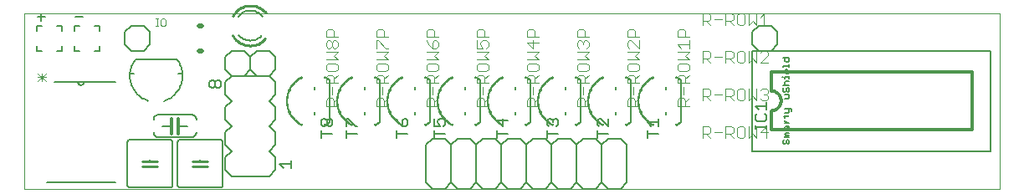
<source format=gto>
G75*
%MOIN*%
%OFA0B0*%
%FSLAX24Y24*%
%IPPOS*%
%LPD*%
%AMOC8*
5,1,8,0,0,1.08239X$1,22.5*
%
%ADD10C,0.0000*%
%ADD11C,0.0060*%
%ADD12C,0.0030*%
%ADD13C,0.0100*%
%ADD14C,0.0200*%
%ADD15C,0.0120*%
%ADD16C,0.0050*%
%ADD17C,0.0040*%
%ADD18C,0.0005*%
D10*
X000100Y000130D02*
X000100Y007126D01*
X038970Y007126D01*
X038970Y000130D01*
X000100Y000130D01*
D11*
X000980Y000380D02*
X003720Y000380D01*
X004200Y000280D02*
X004200Y001980D01*
X004202Y001997D01*
X004206Y002014D01*
X004213Y002030D01*
X004223Y002044D01*
X004236Y002057D01*
X004250Y002067D01*
X004266Y002074D01*
X004283Y002078D01*
X004300Y002080D01*
X005900Y002080D01*
X005917Y002078D01*
X005934Y002074D01*
X005950Y002067D01*
X005964Y002057D01*
X005977Y002044D01*
X005987Y002030D01*
X005994Y002014D01*
X005998Y001997D01*
X006000Y001980D01*
X006000Y000280D01*
X005998Y000263D01*
X005994Y000246D01*
X005987Y000230D01*
X005977Y000216D01*
X005964Y000203D01*
X005950Y000193D01*
X005934Y000186D01*
X005917Y000182D01*
X005900Y000180D01*
X004300Y000180D01*
X004283Y000182D01*
X004266Y000186D01*
X004250Y000193D01*
X004236Y000203D01*
X004223Y000216D01*
X004213Y000230D01*
X004206Y000246D01*
X004202Y000263D01*
X004200Y000280D01*
X006200Y000280D02*
X006200Y001980D01*
X006202Y001997D01*
X006206Y002014D01*
X006213Y002030D01*
X006223Y002044D01*
X006236Y002057D01*
X006250Y002067D01*
X006266Y002074D01*
X006283Y002078D01*
X006300Y002080D01*
X007900Y002080D01*
X007917Y002078D01*
X007934Y002074D01*
X007950Y002067D01*
X007964Y002057D01*
X007977Y002044D01*
X007987Y002030D01*
X007994Y002014D01*
X007998Y001997D01*
X008000Y001980D01*
X008000Y000280D01*
X007998Y000263D01*
X007994Y000246D01*
X007987Y000230D01*
X007977Y000216D01*
X007964Y000203D01*
X007950Y000193D01*
X007934Y000186D01*
X007917Y000182D01*
X007900Y000180D01*
X006300Y000180D01*
X006283Y000182D01*
X006266Y000186D01*
X006250Y000193D01*
X006236Y000203D01*
X006223Y000216D01*
X006213Y000230D01*
X006206Y000246D01*
X006202Y000263D01*
X006200Y000280D01*
X008100Y000880D02*
X008350Y000630D01*
X009850Y000630D01*
X010100Y000880D01*
X010100Y001380D01*
X009850Y001630D01*
X010100Y001880D01*
X010100Y002380D01*
X009850Y002630D01*
X010100Y002880D01*
X010100Y003380D01*
X009850Y003630D01*
X010100Y003880D01*
X010100Y004380D01*
X009850Y004630D01*
X009350Y004630D01*
X009100Y004880D01*
X009100Y005380D01*
X009350Y005630D01*
X009850Y005630D01*
X010100Y005380D01*
X010100Y004880D01*
X009850Y004630D01*
X008350Y004630D01*
X008850Y004630D01*
X009100Y004880D01*
X009100Y005380D01*
X008850Y005630D01*
X008350Y005630D01*
X008100Y005380D01*
X008100Y004880D01*
X008350Y004630D01*
X008100Y004380D01*
X008100Y003880D01*
X008350Y003630D01*
X008100Y003380D01*
X008100Y002880D01*
X008350Y002630D01*
X008100Y002380D01*
X008100Y001880D01*
X008350Y001630D01*
X008100Y001380D01*
X008100Y000880D01*
X007100Y000980D02*
X007100Y001030D01*
X007100Y001230D02*
X007100Y001280D01*
X005100Y001280D02*
X005100Y001230D01*
X005100Y001030D02*
X005100Y000980D01*
X005450Y002180D02*
X006750Y002180D01*
X006776Y002182D01*
X006802Y002187D01*
X006827Y002195D01*
X006850Y002207D01*
X006872Y002221D01*
X006891Y002239D01*
X006909Y002258D01*
X006923Y002280D01*
X006935Y002303D01*
X006943Y002328D01*
X006948Y002354D01*
X006950Y002380D01*
X006600Y002630D02*
X006220Y002630D01*
X005970Y002630D02*
X005600Y002630D01*
X005250Y002380D02*
X005252Y002354D01*
X005257Y002328D01*
X005265Y002303D01*
X005277Y002280D01*
X005291Y002258D01*
X005309Y002239D01*
X005328Y002221D01*
X005350Y002207D01*
X005373Y002195D01*
X005398Y002187D01*
X005424Y002182D01*
X005450Y002180D01*
X005250Y002880D02*
X005252Y002906D01*
X005257Y002932D01*
X005265Y002957D01*
X005277Y002980D01*
X005291Y003002D01*
X005309Y003021D01*
X005328Y003039D01*
X005350Y003053D01*
X005373Y003065D01*
X005398Y003073D01*
X005424Y003078D01*
X005450Y003080D01*
X006750Y003080D01*
X006776Y003078D01*
X006802Y003073D01*
X006827Y003065D01*
X006850Y003053D01*
X006872Y003039D01*
X006891Y003021D01*
X006909Y003002D01*
X006923Y002980D01*
X006935Y002957D01*
X006943Y002932D01*
X006948Y002906D01*
X006950Y002880D01*
X003720Y004380D02*
X002470Y004380D01*
X002230Y004380D01*
X001300Y004380D01*
X002230Y004380D02*
X002232Y004359D01*
X002237Y004339D01*
X002246Y004320D01*
X002258Y004303D01*
X002273Y004288D01*
X002290Y004276D01*
X002309Y004267D01*
X002329Y004262D01*
X002350Y004260D01*
X002371Y004262D01*
X002391Y004267D01*
X002410Y004276D01*
X002427Y004288D01*
X002442Y004303D01*
X002454Y004320D01*
X002463Y004339D01*
X002468Y004359D01*
X002470Y004380D01*
X004305Y004730D02*
X004463Y004730D01*
X004525Y005280D02*
X004488Y005229D01*
X004453Y005176D01*
X004421Y005120D01*
X004393Y005063D01*
X004369Y005004D01*
X004348Y004944D01*
X004331Y004883D01*
X004317Y004821D01*
X004308Y004758D01*
X004302Y004695D01*
X004300Y004631D01*
X004302Y004567D01*
X004308Y004504D01*
X004317Y004441D01*
X004330Y004379D01*
X004348Y004318D01*
X004368Y004258D01*
X004393Y004199D01*
X004420Y004142D01*
X004452Y004086D01*
X004486Y004033D01*
X004524Y003982D01*
X004565Y003933D01*
X004609Y003887D01*
X004655Y003843D01*
X004704Y003802D01*
X004755Y003765D01*
X004809Y003730D01*
X004864Y003699D01*
X004921Y003671D01*
X004980Y003647D01*
X005040Y003627D01*
X005660Y003627D02*
X005720Y003647D01*
X005779Y003671D01*
X005836Y003699D01*
X005891Y003730D01*
X005945Y003765D01*
X005996Y003802D01*
X006045Y003843D01*
X006091Y003887D01*
X006135Y003933D01*
X006176Y003982D01*
X006214Y004033D01*
X006248Y004086D01*
X006279Y004142D01*
X006307Y004199D01*
X006332Y004258D01*
X006352Y004318D01*
X006370Y004379D01*
X006383Y004441D01*
X006392Y004504D01*
X006398Y004567D01*
X006400Y004631D01*
X006398Y004695D01*
X006392Y004758D01*
X006383Y004821D01*
X006369Y004883D01*
X006352Y004944D01*
X006331Y005004D01*
X006307Y005063D01*
X006279Y005120D01*
X006247Y005176D01*
X006212Y005229D01*
X006175Y005280D01*
X004525Y005280D01*
X004350Y005630D02*
X004850Y005630D01*
X005100Y005880D01*
X005100Y006380D01*
X004850Y006630D01*
X004350Y006630D01*
X004100Y006380D01*
X004100Y005880D01*
X004350Y005630D01*
X003100Y005630D02*
X003100Y005830D01*
X003100Y005630D02*
X002900Y005630D01*
X002300Y005630D02*
X002100Y005630D01*
X002100Y005830D01*
X001600Y005830D02*
X001600Y005630D01*
X001400Y005630D01*
X000800Y005630D02*
X000600Y005630D01*
X000600Y005830D01*
X000600Y006430D02*
X000600Y006630D01*
X000800Y006630D01*
X001400Y006630D02*
X001600Y006630D01*
X001600Y006430D01*
X002100Y006430D02*
X002100Y006630D01*
X002300Y006630D01*
X002900Y006630D02*
X003100Y006630D01*
X003100Y006430D01*
X009100Y007230D02*
X009147Y007228D01*
X009195Y007222D01*
X009241Y007213D01*
X009287Y007200D01*
X009331Y007184D01*
X009375Y007163D01*
X009416Y007140D01*
X009455Y007114D01*
X009492Y007084D01*
X009527Y007051D01*
X009559Y007016D01*
X009588Y006979D01*
X009100Y006030D02*
X009055Y006032D01*
X009009Y006037D01*
X008965Y006045D01*
X008921Y006057D01*
X008878Y006073D01*
X008836Y006091D01*
X008796Y006113D01*
X008758Y006137D01*
X008722Y006164D01*
X008687Y006194D01*
X008656Y006227D01*
X008626Y006262D01*
X009100Y006030D02*
X009145Y006032D01*
X009191Y006037D01*
X009235Y006045D01*
X009279Y006057D01*
X009322Y006073D01*
X009364Y006091D01*
X009404Y006113D01*
X009442Y006137D01*
X009478Y006164D01*
X009513Y006194D01*
X009544Y006227D01*
X009574Y006262D01*
X009100Y007230D02*
X009054Y007228D01*
X009008Y007223D01*
X008962Y007214D01*
X008917Y007202D01*
X008874Y007186D01*
X008832Y007167D01*
X008791Y007144D01*
X008752Y007119D01*
X008716Y007091D01*
X008681Y007060D01*
X008649Y007026D01*
X008620Y006990D01*
X006395Y004730D02*
X006237Y004730D01*
X016100Y001880D02*
X016350Y002130D01*
X016850Y002130D01*
X017100Y001880D01*
X017100Y000380D01*
X016850Y000130D01*
X016350Y000130D01*
X016100Y000380D01*
X016100Y001880D01*
X017100Y001880D02*
X017350Y002130D01*
X017850Y002130D01*
X018100Y001880D01*
X018100Y000380D01*
X017850Y000130D01*
X017350Y000130D01*
X017100Y000380D01*
X018100Y000380D02*
X018350Y000130D01*
X018850Y000130D01*
X019100Y000380D01*
X019100Y001880D01*
X018850Y002130D01*
X018350Y002130D01*
X018100Y001880D01*
X019100Y001880D02*
X019350Y002130D01*
X019850Y002130D01*
X020100Y001880D01*
X020100Y000380D01*
X019850Y000130D01*
X019350Y000130D01*
X019100Y000380D01*
X020100Y000380D02*
X020350Y000130D01*
X020850Y000130D01*
X021100Y000380D01*
X021100Y001880D01*
X020850Y002130D01*
X020350Y002130D01*
X020100Y001880D01*
X021100Y001880D02*
X021350Y002130D01*
X021850Y002130D01*
X022100Y001880D01*
X022100Y000380D01*
X021850Y000130D01*
X021350Y000130D01*
X021100Y000380D01*
X022100Y000380D02*
X022350Y000130D01*
X022850Y000130D01*
X023100Y000380D01*
X023100Y001880D01*
X022850Y002130D01*
X022350Y002130D01*
X022100Y001880D01*
X023100Y001880D02*
X023350Y002130D01*
X023850Y002130D01*
X024100Y001880D01*
X024100Y000380D01*
X023850Y000130D01*
X023350Y000130D01*
X023100Y000380D01*
X029100Y005880D02*
X029350Y005630D01*
X029850Y005630D01*
X030100Y005880D01*
X030100Y006380D01*
X029850Y006630D01*
X029350Y006630D01*
X029100Y006380D01*
X029100Y005880D01*
D12*
X005725Y006663D02*
X005725Y006857D01*
X005677Y006905D01*
X005580Y006905D01*
X005531Y006857D01*
X005531Y006663D01*
X005580Y006615D01*
X005677Y006615D01*
X005725Y006663D01*
X005432Y006615D02*
X005335Y006615D01*
X005383Y006615D02*
X005383Y006905D01*
X005335Y006905D02*
X005432Y006905D01*
X000949Y004727D02*
X000635Y004413D01*
X000792Y004413D02*
X000792Y004727D01*
X000635Y004727D02*
X000949Y004413D01*
X000949Y004570D02*
X000635Y004570D01*
D13*
X008405Y006233D02*
X008435Y006185D01*
X008468Y006140D01*
X008504Y006097D01*
X008542Y006056D01*
X008584Y006019D01*
X008628Y005984D01*
X008674Y005953D01*
X008723Y005924D01*
X008773Y005900D01*
X008825Y005879D01*
X008879Y005861D01*
X008933Y005848D01*
X008988Y005838D01*
X009044Y005832D01*
X009100Y005830D01*
X008394Y007006D02*
X008421Y007053D01*
X008451Y007098D01*
X008484Y007141D01*
X008520Y007181D01*
X008559Y007219D01*
X008600Y007254D01*
X008643Y007287D01*
X008688Y007316D01*
X008736Y007342D01*
X008785Y007365D01*
X008835Y007385D01*
X008886Y007401D01*
X008939Y007414D01*
X008992Y007423D01*
X009046Y007428D01*
X009100Y007430D01*
X009711Y006113D02*
X009675Y006074D01*
X009636Y006036D01*
X009596Y006002D01*
X009553Y005970D01*
X009508Y005942D01*
X009461Y005916D01*
X009412Y005893D01*
X009362Y005874D01*
X009311Y005858D01*
X009259Y005846D01*
X009207Y005837D01*
X009153Y005832D01*
X009100Y005830D01*
X009715Y007142D02*
X009679Y007182D01*
X009640Y007220D01*
X009599Y007255D01*
X009556Y007287D01*
X009511Y007317D01*
X009464Y007343D01*
X009415Y007365D01*
X009364Y007385D01*
X009313Y007401D01*
X009261Y007414D01*
X009207Y007423D01*
X009154Y007428D01*
X009100Y007430D01*
X007400Y001230D02*
X007100Y001230D01*
X006800Y001230D01*
X006800Y001030D02*
X007100Y001030D01*
X007400Y001030D01*
X005400Y001030D02*
X005100Y001030D01*
X004800Y001030D01*
X004800Y001230D02*
X005100Y001230D01*
X005400Y001230D01*
D14*
X007050Y005630D02*
X007150Y005630D01*
X007150Y006630D02*
X007050Y006630D01*
D15*
X006220Y002930D02*
X006220Y002630D01*
X006220Y002330D01*
X005970Y002330D02*
X005970Y002630D01*
X005970Y002930D01*
X029850Y003230D02*
X029850Y002480D01*
X037850Y002480D01*
X037850Y004780D01*
X029850Y004780D01*
X029850Y004030D01*
X029889Y004028D01*
X029928Y004022D01*
X029966Y004013D01*
X030003Y004000D01*
X030039Y003983D01*
X030072Y003963D01*
X030104Y003939D01*
X030133Y003913D01*
X030159Y003884D01*
X030183Y003852D01*
X030203Y003819D01*
X030220Y003783D01*
X030233Y003746D01*
X030242Y003708D01*
X030248Y003669D01*
X030250Y003630D01*
X030248Y003591D01*
X030242Y003552D01*
X030233Y003514D01*
X030220Y003477D01*
X030203Y003441D01*
X030183Y003408D01*
X030159Y003376D01*
X030133Y003347D01*
X030104Y003321D01*
X030072Y003297D01*
X030039Y003277D01*
X030003Y003260D01*
X029966Y003247D01*
X029928Y003238D01*
X029889Y003232D01*
X029850Y003230D01*
D16*
X029675Y003272D02*
X029675Y003573D01*
X029675Y003422D02*
X029225Y003422D01*
X029375Y003272D01*
X029300Y003112D02*
X029225Y003037D01*
X029225Y002887D01*
X029300Y002812D01*
X029600Y002812D01*
X029675Y002887D01*
X029675Y003037D01*
X029600Y003112D01*
X030366Y003006D02*
X030533Y003006D01*
X030575Y003047D01*
X030533Y003148D02*
X030408Y003148D01*
X030408Y003047D02*
X030408Y002964D01*
X030408Y002859D02*
X030408Y002817D01*
X030492Y002734D01*
X030575Y002734D02*
X030408Y002734D01*
X030450Y002624D02*
X030575Y002624D01*
X030575Y002499D01*
X030533Y002457D01*
X030492Y002499D01*
X030492Y002624D01*
X030450Y002624D02*
X030408Y002583D01*
X030408Y002499D01*
X030450Y002348D02*
X030575Y002348D01*
X030575Y002265D02*
X030450Y002265D01*
X030408Y002306D01*
X030450Y002348D01*
X030450Y002265D02*
X030408Y002223D01*
X030408Y002181D01*
X030575Y002181D01*
X030533Y002072D02*
X030575Y002030D01*
X030575Y001947D01*
X030533Y001905D01*
X030450Y001947D02*
X030450Y002030D01*
X030492Y002072D01*
X030533Y002072D01*
X030366Y002072D02*
X030325Y002030D01*
X030325Y001947D01*
X030366Y001905D01*
X030408Y001905D01*
X030450Y001947D01*
X029100Y001630D02*
X038600Y001630D01*
X038600Y005630D01*
X029100Y005630D01*
X029100Y001630D01*
X025375Y002305D02*
X024925Y002305D01*
X024925Y002155D02*
X024925Y002455D01*
X025075Y002615D02*
X024925Y002766D01*
X025375Y002766D01*
X025375Y002916D02*
X025375Y002615D01*
X026250Y002805D02*
X026250Y004455D01*
X025650Y004183D02*
X025650Y004077D01*
X024250Y004455D02*
X024250Y002805D01*
X023650Y003077D02*
X023650Y003183D01*
X023375Y002916D02*
X023375Y002615D01*
X023075Y002916D01*
X023000Y002916D01*
X022925Y002841D01*
X022925Y002690D01*
X023000Y002615D01*
X022925Y002455D02*
X022925Y002155D01*
X022925Y002305D02*
X023375Y002305D01*
X021375Y002305D02*
X020925Y002305D01*
X020925Y002155D02*
X020925Y002455D01*
X021000Y002615D02*
X020925Y002690D01*
X020925Y002841D01*
X021000Y002916D01*
X021075Y002916D01*
X021150Y002841D01*
X021225Y002916D01*
X021300Y002916D01*
X021375Y002841D01*
X021375Y002690D01*
X021300Y002615D01*
X021150Y002766D02*
X021150Y002841D01*
X022250Y002805D02*
X022250Y004455D01*
X021650Y004183D02*
X021650Y004077D01*
X020250Y004455D02*
X020250Y002805D01*
X019375Y002841D02*
X018925Y002841D01*
X019150Y002615D01*
X019150Y002916D01*
X019650Y003077D02*
X019650Y003183D01*
X018250Y002805D02*
X018250Y004455D01*
X017650Y004183D02*
X017650Y004077D01*
X016250Y004455D02*
X016250Y002805D01*
X016425Y002916D02*
X016425Y002615D01*
X016650Y002615D01*
X016575Y002766D01*
X016575Y002841D01*
X016650Y002916D01*
X016800Y002916D01*
X016875Y002841D01*
X016875Y002690D01*
X016800Y002615D01*
X016425Y002455D02*
X016425Y002155D01*
X016425Y002305D02*
X016875Y002305D01*
X015375Y002305D02*
X014925Y002305D01*
X014925Y002155D02*
X014925Y002455D01*
X015150Y002615D02*
X015150Y002841D01*
X015225Y002916D01*
X015300Y002916D01*
X015375Y002841D01*
X015375Y002690D01*
X015300Y002615D01*
X015150Y002615D01*
X015000Y002766D01*
X014925Y002916D01*
X014250Y002805D02*
X014250Y004455D01*
X013650Y004183D02*
X013650Y004077D01*
X012250Y004455D02*
X012250Y002805D01*
X012150Y002841D02*
X012150Y002690D01*
X012075Y002615D01*
X012000Y002615D01*
X011925Y002690D01*
X011925Y002841D01*
X012000Y002916D01*
X012075Y002916D01*
X012150Y002841D01*
X012225Y002916D01*
X012300Y002916D01*
X012375Y002841D01*
X012375Y002690D01*
X012300Y002615D01*
X012225Y002615D01*
X012150Y002690D01*
X012925Y002615D02*
X012925Y002916D01*
X013000Y002916D01*
X013300Y002615D01*
X013375Y002615D01*
X012925Y002455D02*
X012925Y002155D01*
X012925Y002305D02*
X013375Y002305D01*
X012375Y002305D02*
X011925Y002305D01*
X011925Y002155D02*
X011925Y002455D01*
X011650Y003077D02*
X011650Y003183D01*
X013650Y003183D02*
X013650Y003077D01*
X015650Y003077D02*
X015650Y003183D01*
X017650Y003183D02*
X017650Y003077D01*
X018925Y002455D02*
X018925Y002155D01*
X018925Y002305D02*
X019375Y002305D01*
X021650Y003077D02*
X021650Y003183D01*
X025650Y003183D02*
X025650Y003077D01*
X029225Y002655D02*
X029225Y002505D01*
X029225Y002580D02*
X029675Y002580D01*
X029675Y002505D02*
X029675Y002655D01*
X030533Y003148D02*
X030575Y003190D01*
X030575Y003315D01*
X030617Y003315D02*
X030658Y003273D01*
X030658Y003231D01*
X030617Y003315D02*
X030408Y003315D01*
X030408Y003701D02*
X030533Y003701D01*
X030575Y003742D01*
X030575Y003867D01*
X030408Y003867D01*
X030408Y003977D02*
X030450Y004018D01*
X030450Y004102D01*
X030492Y004144D01*
X030533Y004144D01*
X030575Y004102D01*
X030575Y004018D01*
X030533Y003977D01*
X030408Y003977D02*
X030366Y003977D01*
X030325Y004018D01*
X030325Y004102D01*
X030366Y004144D01*
X030325Y004253D02*
X030575Y004253D01*
X030450Y004253D02*
X030408Y004295D01*
X030408Y004378D01*
X030450Y004420D01*
X030575Y004420D01*
X030575Y004529D02*
X030575Y004613D01*
X030575Y004571D02*
X030408Y004571D01*
X030408Y004529D01*
X030325Y004571D02*
X030283Y004571D01*
X030450Y004713D02*
X030408Y004755D01*
X030408Y004838D01*
X030450Y004880D01*
X030492Y004880D01*
X030492Y004713D01*
X030533Y004713D02*
X030450Y004713D01*
X030533Y004713D02*
X030575Y004755D01*
X030575Y004838D01*
X030575Y004990D02*
X030575Y005073D01*
X030575Y005031D02*
X030325Y005031D01*
X030325Y004990D01*
X030450Y005174D02*
X030408Y005215D01*
X030408Y005341D01*
X030325Y005341D02*
X030575Y005341D01*
X030575Y005215D01*
X030533Y005174D01*
X030450Y005174D01*
X023650Y004183D02*
X023650Y004077D01*
X019650Y004077D02*
X019650Y004183D01*
X015650Y004183D02*
X015650Y004077D01*
X011650Y004077D02*
X011650Y004183D01*
X007925Y004230D02*
X007850Y004155D01*
X007775Y004155D01*
X007700Y004230D01*
X007700Y004380D01*
X007775Y004455D01*
X007850Y004455D01*
X007925Y004380D01*
X007925Y004230D01*
X007700Y004230D02*
X007625Y004155D01*
X007550Y004155D01*
X007475Y004230D01*
X007475Y004380D01*
X007550Y004455D01*
X007625Y004455D01*
X007700Y004380D01*
X000775Y006830D02*
X000775Y007130D01*
X000625Y006980D02*
X000925Y006980D01*
X002125Y006980D02*
X002425Y006980D01*
X010725Y001255D02*
X010725Y000955D01*
X010425Y000955D02*
X010275Y001105D01*
X010725Y001105D01*
D17*
X012120Y003427D02*
X012120Y003657D01*
X012196Y003734D01*
X012350Y003734D01*
X012427Y003657D01*
X012427Y003427D01*
X012580Y003427D02*
X012120Y003427D01*
X012427Y003581D02*
X012580Y003734D01*
X012350Y003888D02*
X012350Y004195D01*
X012427Y004348D02*
X012427Y004578D01*
X012350Y004655D01*
X012196Y004655D01*
X012120Y004578D01*
X012120Y004348D01*
X012580Y004348D01*
X012427Y004501D02*
X012580Y004655D01*
X012503Y004808D02*
X012196Y004808D01*
X012120Y004885D01*
X012120Y005039D01*
X012196Y005115D01*
X012503Y005115D01*
X012580Y005039D01*
X012580Y004885D01*
X012503Y004808D01*
X014120Y004885D02*
X014196Y004808D01*
X014503Y004808D01*
X014580Y004885D01*
X014580Y005039D01*
X014503Y005115D01*
X014196Y005115D01*
X014120Y005039D01*
X014120Y004885D01*
X014196Y004655D02*
X014350Y004655D01*
X014427Y004578D01*
X014427Y004348D01*
X014580Y004348D02*
X014120Y004348D01*
X014120Y004578D01*
X014196Y004655D01*
X014427Y004501D02*
X014580Y004655D01*
X016120Y004578D02*
X016120Y004348D01*
X016580Y004348D01*
X016427Y004348D02*
X016427Y004578D01*
X016350Y004655D01*
X016196Y004655D01*
X016120Y004578D01*
X016427Y004501D02*
X016580Y004655D01*
X016503Y004808D02*
X016196Y004808D01*
X016120Y004885D01*
X016120Y005039D01*
X016196Y005115D01*
X016503Y005115D01*
X016580Y005039D01*
X016580Y004885D01*
X016503Y004808D01*
X018120Y004885D02*
X018196Y004808D01*
X018503Y004808D01*
X018580Y004885D01*
X018580Y005039D01*
X018503Y005115D01*
X018196Y005115D01*
X018120Y005039D01*
X018120Y004885D01*
X018196Y004655D02*
X018350Y004655D01*
X018427Y004578D01*
X018427Y004348D01*
X018580Y004348D02*
X018120Y004348D01*
X018120Y004578D01*
X018196Y004655D01*
X018427Y004501D02*
X018580Y004655D01*
X020120Y004578D02*
X020120Y004348D01*
X020580Y004348D01*
X020427Y004348D02*
X020427Y004578D01*
X020350Y004655D01*
X020196Y004655D01*
X020120Y004578D01*
X020427Y004501D02*
X020580Y004655D01*
X020503Y004808D02*
X020196Y004808D01*
X020120Y004885D01*
X020120Y005039D01*
X020196Y005115D01*
X020503Y005115D01*
X020580Y005039D01*
X020580Y004885D01*
X020503Y004808D01*
X022120Y004885D02*
X022196Y004808D01*
X022503Y004808D01*
X022580Y004885D01*
X022580Y005039D01*
X022503Y005115D01*
X022196Y005115D01*
X022120Y005039D01*
X022120Y004885D01*
X022196Y004655D02*
X022350Y004655D01*
X022427Y004578D01*
X022427Y004348D01*
X022580Y004348D02*
X022120Y004348D01*
X022120Y004578D01*
X022196Y004655D01*
X022427Y004501D02*
X022580Y004655D01*
X024120Y004578D02*
X024120Y004348D01*
X024580Y004348D01*
X024427Y004348D02*
X024427Y004578D01*
X024350Y004655D01*
X024196Y004655D01*
X024120Y004578D01*
X024427Y004501D02*
X024580Y004655D01*
X024503Y004808D02*
X024196Y004808D01*
X024120Y004885D01*
X024120Y005039D01*
X024196Y005115D01*
X024503Y005115D01*
X024580Y005039D01*
X024580Y004885D01*
X024503Y004808D01*
X026120Y004885D02*
X026196Y004808D01*
X026503Y004808D01*
X026580Y004885D01*
X026580Y005039D01*
X026503Y005115D01*
X026196Y005115D01*
X026120Y005039D01*
X026120Y004885D01*
X026196Y004655D02*
X026350Y004655D01*
X026427Y004578D01*
X026427Y004348D01*
X026580Y004348D02*
X026120Y004348D01*
X026120Y004578D01*
X026196Y004655D01*
X026427Y004501D02*
X026580Y004655D01*
X026350Y004195D02*
X026350Y003888D01*
X026350Y003734D02*
X026427Y003657D01*
X026427Y003427D01*
X026580Y003427D02*
X026120Y003427D01*
X026120Y003657D01*
X026196Y003734D01*
X026350Y003734D01*
X026427Y003581D02*
X026580Y003734D01*
X027120Y003803D02*
X027350Y003803D01*
X027427Y003880D01*
X027427Y004034D01*
X027350Y004110D01*
X027120Y004110D01*
X027120Y003650D01*
X027273Y003803D02*
X027427Y003650D01*
X028041Y003650D02*
X028041Y004110D01*
X028271Y004110D01*
X028348Y004034D01*
X028348Y003880D01*
X028271Y003803D01*
X028041Y003803D01*
X028194Y003803D02*
X028348Y003650D01*
X028501Y003727D02*
X028578Y003650D01*
X028731Y003650D01*
X028808Y003727D01*
X028808Y004034D01*
X028731Y004110D01*
X028578Y004110D01*
X028501Y004034D01*
X028501Y003727D01*
X028962Y003650D02*
X029115Y003803D01*
X029268Y003650D01*
X029268Y004110D01*
X029422Y004034D02*
X029499Y004110D01*
X029652Y004110D01*
X029729Y004034D01*
X029729Y003957D01*
X029652Y003880D01*
X029729Y003803D01*
X029729Y003727D01*
X029652Y003650D01*
X029499Y003650D01*
X029422Y003727D01*
X028962Y003650D02*
X028962Y004110D01*
X029575Y003880D02*
X029652Y003880D01*
X027887Y003880D02*
X027580Y003880D01*
X024580Y003734D02*
X024427Y003581D01*
X024427Y003657D02*
X024427Y003427D01*
X024580Y003427D02*
X024120Y003427D01*
X024120Y003657D01*
X024196Y003734D01*
X024350Y003734D01*
X024427Y003657D01*
X024350Y003888D02*
X024350Y004195D01*
X022350Y004195D02*
X022350Y003888D01*
X022350Y003734D02*
X022196Y003734D01*
X022120Y003657D01*
X022120Y003427D01*
X022580Y003427D01*
X022427Y003427D02*
X022427Y003657D01*
X022350Y003734D01*
X022427Y003581D02*
X022580Y003734D01*
X020580Y003734D02*
X020427Y003581D01*
X020427Y003657D02*
X020427Y003427D01*
X020580Y003427D02*
X020120Y003427D01*
X020120Y003657D01*
X020196Y003734D01*
X020350Y003734D01*
X020427Y003657D01*
X020350Y003888D02*
X020350Y004195D01*
X018580Y003734D02*
X018427Y003581D01*
X018427Y003657D02*
X018427Y003427D01*
X018580Y003427D02*
X018120Y003427D01*
X018120Y003657D01*
X018196Y003734D01*
X018350Y003734D01*
X018427Y003657D01*
X018350Y003888D02*
X018350Y004195D01*
X016350Y004195D02*
X016350Y003888D01*
X016350Y003734D02*
X016427Y003657D01*
X016427Y003427D01*
X016580Y003427D02*
X016120Y003427D01*
X016120Y003657D01*
X016196Y003734D01*
X016350Y003734D01*
X016427Y003581D02*
X016580Y003734D01*
X014580Y003734D02*
X014427Y003581D01*
X014427Y003657D02*
X014427Y003427D01*
X014580Y003427D02*
X014120Y003427D01*
X014120Y003657D01*
X014196Y003734D01*
X014350Y003734D01*
X014427Y003657D01*
X014350Y003888D02*
X014350Y004195D01*
X014120Y005269D02*
X014580Y005269D01*
X014427Y005422D01*
X014580Y005576D01*
X014120Y005576D01*
X014120Y005729D02*
X014120Y006036D01*
X014196Y006036D01*
X014503Y005729D01*
X014580Y005729D01*
X016120Y005576D02*
X016580Y005576D01*
X016427Y005422D01*
X016580Y005269D01*
X016120Y005269D01*
X018120Y005269D02*
X018580Y005269D01*
X018427Y005422D01*
X018580Y005576D01*
X018120Y005576D01*
X018120Y005729D02*
X018350Y005729D01*
X018273Y005883D01*
X018273Y005959D01*
X018350Y006036D01*
X018503Y006036D01*
X018580Y005959D01*
X018580Y005806D01*
X018503Y005729D01*
X018120Y005729D02*
X018120Y006036D01*
X018120Y006190D02*
X018120Y006420D01*
X018196Y006497D01*
X018350Y006497D01*
X018427Y006420D01*
X018427Y006190D01*
X018580Y006190D02*
X018120Y006190D01*
X016580Y006190D02*
X016120Y006190D01*
X016120Y006420D01*
X016196Y006497D01*
X016350Y006497D01*
X016427Y006420D01*
X016427Y006190D01*
X016427Y006036D02*
X016350Y005959D01*
X016350Y005729D01*
X016503Y005729D01*
X016580Y005806D01*
X016580Y005959D01*
X016503Y006036D01*
X016427Y006036D01*
X016196Y005883D02*
X016120Y006036D01*
X016196Y005883D02*
X016350Y005729D01*
X014580Y006190D02*
X014120Y006190D01*
X014120Y006420D01*
X014196Y006497D01*
X014350Y006497D01*
X014427Y006420D01*
X014427Y006190D01*
X012580Y006190D02*
X012120Y006190D01*
X012120Y006420D01*
X012196Y006497D01*
X012350Y006497D01*
X012427Y006420D01*
X012427Y006190D01*
X012427Y006036D02*
X012503Y006036D01*
X012580Y005959D01*
X012580Y005806D01*
X012503Y005729D01*
X012427Y005729D01*
X012350Y005806D01*
X012350Y005959D01*
X012427Y006036D01*
X012350Y005959D02*
X012273Y006036D01*
X012196Y006036D01*
X012120Y005959D01*
X012120Y005806D01*
X012196Y005729D01*
X012273Y005729D01*
X012350Y005806D01*
X012580Y005576D02*
X012120Y005576D01*
X012427Y005422D02*
X012580Y005576D01*
X012427Y005422D02*
X012580Y005269D01*
X012120Y005269D01*
X020120Y005269D02*
X020580Y005269D01*
X020427Y005422D01*
X020580Y005576D01*
X020120Y005576D01*
X020350Y005729D02*
X020350Y006036D01*
X020580Y005959D02*
X020120Y005959D01*
X020350Y005729D01*
X022120Y005806D02*
X022196Y005729D01*
X022120Y005806D02*
X022120Y005959D01*
X022196Y006036D01*
X022273Y006036D01*
X022350Y005959D01*
X022427Y006036D01*
X022503Y006036D01*
X022580Y005959D01*
X022580Y005806D01*
X022503Y005729D01*
X022580Y005576D02*
X022120Y005576D01*
X022427Y005422D02*
X022580Y005576D01*
X022427Y005422D02*
X022580Y005269D01*
X022120Y005269D01*
X024120Y005269D02*
X024580Y005269D01*
X024427Y005422D01*
X024580Y005576D01*
X024120Y005576D01*
X024196Y005729D02*
X024120Y005806D01*
X024120Y005959D01*
X024196Y006036D01*
X024273Y006036D01*
X024580Y005729D01*
X024580Y006036D01*
X024580Y006190D02*
X024120Y006190D01*
X024120Y006420D01*
X024196Y006497D01*
X024350Y006497D01*
X024427Y006420D01*
X024427Y006190D01*
X026120Y006190D02*
X026120Y006420D01*
X026196Y006497D01*
X026350Y006497D01*
X026427Y006420D01*
X026427Y006190D01*
X026580Y006190D02*
X026120Y006190D01*
X026580Y006036D02*
X026580Y005729D01*
X026273Y005729D02*
X026120Y005883D01*
X026580Y005883D01*
X027120Y005610D02*
X027350Y005610D01*
X027427Y005534D01*
X027427Y005380D01*
X027350Y005303D01*
X027120Y005303D01*
X027273Y005303D02*
X027427Y005150D01*
X027120Y005150D02*
X027120Y005610D01*
X026580Y005576D02*
X026120Y005576D01*
X026427Y005422D02*
X026580Y005576D01*
X026427Y005422D02*
X026580Y005269D01*
X026120Y005269D01*
X027580Y005380D02*
X027887Y005380D01*
X028041Y005303D02*
X028271Y005303D01*
X028348Y005380D01*
X028348Y005534D01*
X028271Y005610D01*
X028041Y005610D01*
X028041Y005150D01*
X028194Y005303D02*
X028348Y005150D01*
X028501Y005227D02*
X028578Y005150D01*
X028731Y005150D01*
X028808Y005227D01*
X028808Y005534D01*
X028731Y005610D01*
X028578Y005610D01*
X028501Y005534D01*
X028501Y005227D01*
X028962Y005150D02*
X029115Y005303D01*
X029268Y005150D01*
X029268Y005610D01*
X029422Y005534D02*
X029499Y005610D01*
X029652Y005610D01*
X029729Y005534D01*
X029729Y005457D01*
X029422Y005150D01*
X029729Y005150D01*
X028962Y005150D02*
X028962Y005610D01*
X028962Y006650D02*
X029115Y006803D01*
X029268Y006650D01*
X029268Y007110D01*
X029422Y006957D02*
X029575Y007110D01*
X029575Y006650D01*
X029422Y006650D02*
X029729Y006650D01*
X028962Y006650D02*
X028962Y007110D01*
X028808Y007034D02*
X028731Y007110D01*
X028578Y007110D01*
X028501Y007034D01*
X028501Y006727D01*
X028578Y006650D01*
X028731Y006650D01*
X028808Y006727D01*
X028808Y007034D01*
X028348Y007034D02*
X028271Y007110D01*
X028041Y007110D01*
X028041Y006650D01*
X028194Y006803D02*
X028348Y006650D01*
X028271Y006803D02*
X028041Y006803D01*
X027887Y006880D02*
X027580Y006880D01*
X027427Y006880D02*
X027350Y006803D01*
X027120Y006803D01*
X027273Y006803D02*
X027427Y006650D01*
X027120Y006650D02*
X027120Y007110D01*
X027350Y007110D01*
X027427Y007034D01*
X027427Y006880D01*
X028271Y006803D02*
X028348Y006880D01*
X028348Y007034D01*
X022580Y006190D02*
X022120Y006190D01*
X022120Y006420D01*
X022196Y006497D01*
X022350Y006497D01*
X022427Y006420D01*
X022427Y006190D01*
X022350Y005959D02*
X022350Y005883D01*
X020580Y006190D02*
X020120Y006190D01*
X020120Y006420D01*
X020196Y006497D01*
X020350Y006497D01*
X020427Y006420D01*
X020427Y006190D01*
X027120Y002610D02*
X027350Y002610D01*
X027427Y002534D01*
X027427Y002380D01*
X027350Y002303D01*
X027120Y002303D01*
X027273Y002303D02*
X027427Y002150D01*
X027120Y002150D02*
X027120Y002610D01*
X028041Y002610D02*
X028271Y002610D01*
X028348Y002534D01*
X028348Y002380D01*
X028271Y002303D01*
X028041Y002303D01*
X028194Y002303D02*
X028348Y002150D01*
X028501Y002227D02*
X028578Y002150D01*
X028731Y002150D01*
X028808Y002227D01*
X028808Y002534D01*
X028731Y002610D01*
X028578Y002610D01*
X028501Y002534D01*
X028501Y002227D01*
X028041Y002150D02*
X028041Y002610D01*
X027887Y002380D02*
X027580Y002380D01*
X028962Y002150D02*
X029115Y002303D01*
X029268Y002150D01*
X029268Y002610D01*
X029422Y002380D02*
X029652Y002610D01*
X029652Y002150D01*
X028962Y002150D02*
X028962Y002610D01*
X029422Y002380D02*
X029729Y002380D01*
D18*
X026059Y002661D02*
X026040Y002701D01*
X026091Y002727D01*
X026141Y002756D01*
X026188Y002787D01*
X026234Y002821D01*
X026262Y002786D01*
X026214Y002750D01*
X026164Y002717D01*
X026113Y002687D01*
X026059Y002660D01*
X026058Y002664D01*
X026111Y002691D01*
X026162Y002721D01*
X026212Y002753D01*
X026260Y002789D01*
X026257Y002792D01*
X026210Y002757D01*
X026160Y002724D01*
X026109Y002694D01*
X026056Y002668D01*
X026054Y002671D01*
X026107Y002698D01*
X026158Y002728D01*
X026207Y002760D01*
X026255Y002795D01*
X026252Y002798D01*
X026205Y002763D01*
X026156Y002731D01*
X026105Y002701D01*
X026052Y002675D01*
X026051Y002678D01*
X026103Y002705D01*
X026154Y002734D01*
X026203Y002767D01*
X026250Y002802D01*
X026247Y002805D01*
X026200Y002770D01*
X026152Y002738D01*
X026101Y002708D01*
X026049Y002682D01*
X026047Y002686D01*
X026099Y002712D01*
X026150Y002741D01*
X026198Y002773D01*
X026245Y002808D01*
X026242Y002811D01*
X026196Y002776D01*
X026147Y002745D01*
X026097Y002715D01*
X026046Y002689D01*
X026044Y002693D01*
X026095Y002719D01*
X026145Y002748D01*
X026194Y002780D01*
X026240Y002814D01*
X026238Y002817D01*
X026191Y002783D01*
X026143Y002751D01*
X026094Y002723D01*
X026042Y002696D01*
X026041Y002700D01*
X026092Y002726D01*
X026141Y002755D01*
X026189Y002786D01*
X026235Y002820D01*
X025141Y004599D02*
X025160Y004559D01*
X025104Y004530D01*
X025050Y004499D01*
X024998Y004463D01*
X024949Y004425D01*
X024901Y004384D01*
X024857Y004340D01*
X024815Y004293D01*
X024776Y004244D01*
X024740Y004193D01*
X024707Y004139D01*
X024678Y004084D01*
X024652Y004027D01*
X024629Y003968D01*
X024610Y003909D01*
X024595Y003848D01*
X024584Y003786D01*
X024576Y003724D01*
X024572Y003661D01*
X024572Y003599D01*
X024576Y003536D01*
X024584Y003474D01*
X024595Y003412D01*
X024610Y003351D01*
X024629Y003292D01*
X024652Y003233D01*
X024678Y003176D01*
X024707Y003121D01*
X024740Y003067D01*
X024776Y003016D01*
X024815Y002967D01*
X024857Y002920D01*
X024901Y002876D01*
X024949Y002835D01*
X024998Y002797D01*
X025050Y002761D01*
X025104Y002730D01*
X025160Y002701D01*
X025141Y002661D01*
X025141Y002660D01*
X025082Y002690D01*
X025026Y002723D01*
X024972Y002760D01*
X024920Y002800D01*
X024871Y002843D01*
X024824Y002889D01*
X024780Y002938D01*
X024740Y002989D01*
X024702Y003042D01*
X024668Y003098D01*
X024637Y003156D01*
X024610Y003216D01*
X024587Y003277D01*
X024567Y003339D01*
X024551Y003403D01*
X024539Y003467D01*
X024531Y003532D01*
X024527Y003597D01*
X024527Y003663D01*
X024531Y003728D01*
X024539Y003793D01*
X024551Y003857D01*
X024567Y003921D01*
X024587Y003983D01*
X024610Y004044D01*
X024637Y004104D01*
X024668Y004162D01*
X024702Y004218D01*
X024740Y004271D01*
X024780Y004322D01*
X024824Y004371D01*
X024871Y004417D01*
X024920Y004460D01*
X024972Y004500D01*
X025026Y004537D01*
X025082Y004570D01*
X025141Y004600D01*
X025142Y004596D01*
X025084Y004566D01*
X025028Y004533D01*
X024974Y004497D01*
X024923Y004457D01*
X024873Y004414D01*
X024827Y004368D01*
X024783Y004320D01*
X024743Y004269D01*
X024706Y004215D01*
X024672Y004160D01*
X024641Y004102D01*
X024614Y004043D01*
X024591Y003982D01*
X024571Y003920D01*
X024555Y003856D01*
X024543Y003792D01*
X024535Y003728D01*
X024531Y003663D01*
X024531Y003597D01*
X024535Y003532D01*
X024543Y003468D01*
X024555Y003404D01*
X024571Y003340D01*
X024591Y003278D01*
X024614Y003217D01*
X024641Y003158D01*
X024672Y003100D01*
X024706Y003045D01*
X024743Y002991D01*
X024783Y002940D01*
X024827Y002892D01*
X024873Y002846D01*
X024923Y002803D01*
X024974Y002763D01*
X025028Y002727D01*
X025084Y002694D01*
X025142Y002664D01*
X025144Y002667D01*
X025086Y002697D01*
X025030Y002730D01*
X024977Y002767D01*
X024925Y002806D01*
X024876Y002849D01*
X024830Y002894D01*
X024786Y002943D01*
X024746Y002994D01*
X024709Y003047D01*
X024675Y003102D01*
X024645Y003160D01*
X024618Y003219D01*
X024594Y003279D01*
X024575Y003341D01*
X024559Y003404D01*
X024547Y003468D01*
X024539Y003533D01*
X024535Y003598D01*
X024535Y003662D01*
X024539Y003727D01*
X024547Y003792D01*
X024559Y003856D01*
X024575Y003919D01*
X024594Y003981D01*
X024618Y004041D01*
X024645Y004100D01*
X024675Y004158D01*
X024709Y004213D01*
X024746Y004266D01*
X024786Y004317D01*
X024830Y004366D01*
X024876Y004411D01*
X024925Y004454D01*
X024977Y004493D01*
X025030Y004530D01*
X025086Y004563D01*
X025144Y004593D01*
X025146Y004589D01*
X025088Y004559D01*
X025033Y004526D01*
X024979Y004490D01*
X024928Y004451D01*
X024879Y004408D01*
X024833Y004363D01*
X024790Y004315D01*
X024749Y004264D01*
X024712Y004211D01*
X024678Y004156D01*
X024648Y004099D01*
X024621Y004040D01*
X024598Y003979D01*
X024579Y003918D01*
X024563Y003855D01*
X024551Y003791D01*
X024543Y003727D01*
X024539Y003662D01*
X024539Y003598D01*
X024543Y003533D01*
X024551Y003469D01*
X024563Y003405D01*
X024579Y003342D01*
X024598Y003281D01*
X024621Y003220D01*
X024648Y003161D01*
X024678Y003104D01*
X024712Y003049D01*
X024749Y002996D01*
X024790Y002945D01*
X024833Y002897D01*
X024879Y002852D01*
X024928Y002809D01*
X024979Y002770D01*
X025033Y002734D01*
X025088Y002701D01*
X025146Y002671D01*
X025148Y002675D01*
X025090Y002704D01*
X025035Y002737D01*
X024981Y002773D01*
X024930Y002812D01*
X024882Y002855D01*
X024836Y002900D01*
X024793Y002948D01*
X024752Y002998D01*
X024716Y003051D01*
X024682Y003106D01*
X024652Y003163D01*
X024625Y003222D01*
X024602Y003282D01*
X024583Y003343D01*
X024567Y003406D01*
X024555Y003469D01*
X024547Y003533D01*
X024543Y003598D01*
X024543Y003662D01*
X024547Y003727D01*
X024555Y003791D01*
X024567Y003854D01*
X024583Y003917D01*
X024602Y003978D01*
X024625Y004038D01*
X024652Y004097D01*
X024682Y004154D01*
X024716Y004209D01*
X024752Y004262D01*
X024793Y004312D01*
X024836Y004360D01*
X024882Y004405D01*
X024930Y004448D01*
X024981Y004487D01*
X025035Y004523D01*
X025090Y004556D01*
X025148Y004585D01*
X025149Y004582D01*
X025092Y004552D01*
X025037Y004520D01*
X024984Y004484D01*
X024933Y004445D01*
X024884Y004402D01*
X024839Y004357D01*
X024796Y004310D01*
X024756Y004259D01*
X024719Y004207D01*
X024685Y004152D01*
X024655Y004095D01*
X024629Y004037D01*
X024606Y003977D01*
X024586Y003915D01*
X024571Y003853D01*
X024559Y003790D01*
X024551Y003726D01*
X024547Y003662D01*
X024547Y003598D01*
X024551Y003534D01*
X024559Y003470D01*
X024571Y003407D01*
X024586Y003345D01*
X024606Y003283D01*
X024629Y003223D01*
X024655Y003165D01*
X024685Y003108D01*
X024719Y003053D01*
X024756Y003001D01*
X024796Y002950D01*
X024839Y002903D01*
X024884Y002858D01*
X024933Y002815D01*
X024984Y002776D01*
X025037Y002740D01*
X025092Y002708D01*
X025149Y002678D01*
X025151Y002682D01*
X025094Y002711D01*
X025039Y002744D01*
X024986Y002780D01*
X024935Y002819D01*
X024887Y002861D01*
X024841Y002905D01*
X024799Y002953D01*
X024759Y003003D01*
X024722Y003056D01*
X024689Y003110D01*
X024659Y003167D01*
X024632Y003225D01*
X024609Y003285D01*
X024590Y003346D01*
X024575Y003408D01*
X024563Y003471D01*
X024555Y003534D01*
X024551Y003598D01*
X024551Y003662D01*
X024555Y003726D01*
X024563Y003789D01*
X024575Y003852D01*
X024590Y003914D01*
X024609Y003975D01*
X024632Y004035D01*
X024659Y004093D01*
X024689Y004150D01*
X024722Y004204D01*
X024759Y004257D01*
X024799Y004307D01*
X024841Y004355D01*
X024887Y004399D01*
X024935Y004441D01*
X024986Y004480D01*
X025039Y004516D01*
X025094Y004549D01*
X025151Y004578D01*
X025153Y004574D01*
X025096Y004545D01*
X025041Y004513D01*
X024988Y004477D01*
X024938Y004438D01*
X024890Y004397D01*
X024844Y004352D01*
X024802Y004304D01*
X024762Y004254D01*
X024726Y004202D01*
X024692Y004148D01*
X024662Y004092D01*
X024636Y004034D01*
X024613Y003974D01*
X024594Y003913D01*
X024579Y003851D01*
X024567Y003789D01*
X024559Y003725D01*
X024555Y003662D01*
X024555Y003598D01*
X024559Y003535D01*
X024567Y003471D01*
X024579Y003409D01*
X024594Y003347D01*
X024613Y003286D01*
X024636Y003226D01*
X024662Y003168D01*
X024692Y003112D01*
X024726Y003058D01*
X024762Y003006D01*
X024802Y002956D01*
X024844Y002908D01*
X024890Y002863D01*
X024938Y002822D01*
X024988Y002783D01*
X025041Y002747D01*
X025096Y002715D01*
X025153Y002686D01*
X025154Y002689D01*
X025098Y002718D01*
X025043Y002750D01*
X024991Y002786D01*
X024940Y002825D01*
X024892Y002866D01*
X024847Y002911D01*
X024805Y002958D01*
X024765Y003008D01*
X024729Y003060D01*
X024696Y003114D01*
X024666Y003170D01*
X024640Y003228D01*
X024617Y003287D01*
X024598Y003348D01*
X024583Y003409D01*
X024571Y003472D01*
X024563Y003535D01*
X024559Y003598D01*
X024559Y003662D01*
X024563Y003725D01*
X024571Y003788D01*
X024583Y003851D01*
X024598Y003912D01*
X024617Y003973D01*
X024640Y004032D01*
X024666Y004090D01*
X024696Y004146D01*
X024729Y004200D01*
X024765Y004252D01*
X024805Y004302D01*
X024847Y004349D01*
X024892Y004394D01*
X024940Y004435D01*
X024991Y004474D01*
X025043Y004510D01*
X025098Y004542D01*
X025154Y004571D01*
X025156Y004567D01*
X025100Y004538D01*
X025045Y004506D01*
X024993Y004471D01*
X024943Y004432D01*
X024895Y004391D01*
X024850Y004346D01*
X024808Y004299D01*
X024769Y004250D01*
X024732Y004198D01*
X024699Y004144D01*
X024670Y004088D01*
X024643Y004030D01*
X024621Y003971D01*
X024602Y003911D01*
X024587Y003850D01*
X024575Y003788D01*
X024567Y003725D01*
X024563Y003662D01*
X024563Y003598D01*
X024567Y003535D01*
X024575Y003472D01*
X024587Y003410D01*
X024602Y003349D01*
X024621Y003289D01*
X024643Y003230D01*
X024670Y003172D01*
X024699Y003116D01*
X024732Y003062D01*
X024769Y003010D01*
X024808Y002961D01*
X024850Y002914D01*
X024895Y002869D01*
X024943Y002828D01*
X024993Y002789D01*
X025045Y002754D01*
X025100Y002722D01*
X025156Y002693D01*
X025158Y002696D01*
X025102Y002725D01*
X025047Y002757D01*
X024995Y002793D01*
X024945Y002831D01*
X024898Y002872D01*
X024853Y002917D01*
X024811Y002963D01*
X024772Y003013D01*
X024736Y003064D01*
X024703Y003118D01*
X024673Y003174D01*
X024647Y003231D01*
X024625Y003290D01*
X024606Y003350D01*
X024590Y003411D01*
X024579Y003473D01*
X024571Y003536D01*
X024567Y003599D01*
X024567Y003661D01*
X024571Y003724D01*
X024579Y003787D01*
X024590Y003849D01*
X024606Y003910D01*
X024625Y003970D01*
X024647Y004029D01*
X024673Y004086D01*
X024703Y004142D01*
X024736Y004196D01*
X024772Y004247D01*
X024811Y004297D01*
X024853Y004343D01*
X024898Y004388D01*
X024945Y004429D01*
X024995Y004467D01*
X025047Y004503D01*
X025102Y004535D01*
X025158Y004564D01*
X025159Y004560D01*
X025104Y004531D01*
X025050Y004499D01*
X024998Y004464D01*
X024948Y004426D01*
X024901Y004385D01*
X024856Y004341D01*
X024814Y004294D01*
X024775Y004245D01*
X024739Y004193D01*
X024706Y004140D01*
X024677Y004084D01*
X024651Y004027D01*
X024628Y003969D01*
X024610Y003909D01*
X024594Y003848D01*
X024583Y003786D01*
X024575Y003724D01*
X024571Y003661D01*
X024571Y003599D01*
X024575Y003536D01*
X024583Y003474D01*
X024594Y003412D01*
X024610Y003351D01*
X024628Y003291D01*
X024651Y003233D01*
X024677Y003176D01*
X024706Y003120D01*
X024739Y003067D01*
X024775Y003015D01*
X024814Y002966D01*
X024856Y002919D01*
X024901Y002875D01*
X024948Y002834D01*
X024998Y002796D01*
X025050Y002761D01*
X025104Y002729D01*
X025159Y002700D01*
X026262Y004474D02*
X026234Y004438D01*
X026234Y004439D02*
X026186Y004474D01*
X026136Y004507D01*
X026084Y004537D01*
X026031Y004563D01*
X026049Y004604D01*
X026050Y004604D01*
X026106Y004576D01*
X026160Y004545D01*
X026212Y004511D01*
X026262Y004474D01*
X026260Y004471D01*
X026210Y004508D01*
X026158Y004542D01*
X026104Y004573D01*
X026048Y004601D01*
X026046Y004597D01*
X026102Y004569D01*
X026156Y004539D01*
X026207Y004505D01*
X026257Y004468D01*
X026255Y004465D01*
X026205Y004501D01*
X026153Y004535D01*
X026100Y004566D01*
X026045Y004593D01*
X026043Y004590D01*
X026098Y004562D01*
X026151Y004532D01*
X026203Y004498D01*
X026252Y004462D01*
X026250Y004458D01*
X026201Y004495D01*
X026149Y004528D01*
X026096Y004559D01*
X026041Y004586D01*
X026040Y004582D01*
X026094Y004555D01*
X026147Y004525D01*
X026198Y004492D01*
X026247Y004455D01*
X026245Y004452D01*
X026196Y004488D01*
X026145Y004522D01*
X026092Y004552D01*
X026038Y004579D01*
X026036Y004575D01*
X026090Y004548D01*
X026143Y004518D01*
X026194Y004485D01*
X026242Y004449D01*
X026240Y004446D01*
X026191Y004482D01*
X026141Y004515D01*
X026089Y004545D01*
X026035Y004572D01*
X026033Y004568D01*
X026087Y004541D01*
X026139Y004511D01*
X026189Y004478D01*
X026238Y004443D01*
X026235Y004440D01*
X026187Y004475D01*
X026137Y004508D01*
X026085Y004538D01*
X026031Y004564D01*
X024262Y004474D02*
X024234Y004438D01*
X024234Y004439D02*
X024186Y004474D01*
X024136Y004507D01*
X024084Y004537D01*
X024031Y004563D01*
X024049Y004604D01*
X024050Y004604D01*
X024106Y004576D01*
X024160Y004545D01*
X024212Y004511D01*
X024262Y004474D01*
X024260Y004471D01*
X024210Y004508D01*
X024158Y004542D01*
X024104Y004573D01*
X024048Y004601D01*
X024046Y004597D01*
X024102Y004569D01*
X024156Y004539D01*
X024207Y004505D01*
X024257Y004468D01*
X024255Y004465D01*
X024205Y004501D01*
X024153Y004535D01*
X024100Y004566D01*
X024045Y004593D01*
X024043Y004590D01*
X024098Y004562D01*
X024151Y004532D01*
X024203Y004498D01*
X024252Y004462D01*
X024250Y004458D01*
X024201Y004495D01*
X024149Y004528D01*
X024096Y004559D01*
X024041Y004586D01*
X024040Y004582D01*
X024094Y004555D01*
X024147Y004525D01*
X024198Y004492D01*
X024247Y004455D01*
X024245Y004452D01*
X024196Y004488D01*
X024145Y004522D01*
X024092Y004552D01*
X024038Y004579D01*
X024036Y004575D01*
X024090Y004548D01*
X024143Y004518D01*
X024194Y004485D01*
X024242Y004449D01*
X024240Y004446D01*
X024191Y004482D01*
X024141Y004515D01*
X024089Y004545D01*
X024035Y004572D01*
X024033Y004568D01*
X024087Y004541D01*
X024139Y004511D01*
X024189Y004478D01*
X024238Y004443D01*
X024235Y004440D01*
X024187Y004475D01*
X024137Y004508D01*
X024085Y004538D01*
X024031Y004564D01*
X023141Y004599D02*
X023160Y004559D01*
X023104Y004530D01*
X023050Y004499D01*
X022998Y004463D01*
X022949Y004425D01*
X022901Y004384D01*
X022857Y004340D01*
X022815Y004293D01*
X022776Y004244D01*
X022740Y004193D01*
X022707Y004139D01*
X022678Y004084D01*
X022652Y004027D01*
X022629Y003968D01*
X022610Y003909D01*
X022595Y003848D01*
X022584Y003786D01*
X022576Y003724D01*
X022572Y003661D01*
X022572Y003599D01*
X022576Y003536D01*
X022584Y003474D01*
X022595Y003412D01*
X022610Y003351D01*
X022629Y003292D01*
X022652Y003233D01*
X022678Y003176D01*
X022707Y003121D01*
X022740Y003067D01*
X022776Y003016D01*
X022815Y002967D01*
X022857Y002920D01*
X022901Y002876D01*
X022949Y002835D01*
X022998Y002797D01*
X023050Y002761D01*
X023104Y002730D01*
X023160Y002701D01*
X023141Y002661D01*
X023141Y002660D01*
X023082Y002690D01*
X023026Y002723D01*
X022972Y002760D01*
X022920Y002800D01*
X022871Y002843D01*
X022824Y002889D01*
X022780Y002938D01*
X022740Y002989D01*
X022702Y003042D01*
X022668Y003098D01*
X022637Y003156D01*
X022610Y003216D01*
X022587Y003277D01*
X022567Y003339D01*
X022551Y003403D01*
X022539Y003467D01*
X022531Y003532D01*
X022527Y003597D01*
X022527Y003663D01*
X022531Y003728D01*
X022539Y003793D01*
X022551Y003857D01*
X022567Y003921D01*
X022587Y003983D01*
X022610Y004044D01*
X022637Y004104D01*
X022668Y004162D01*
X022702Y004218D01*
X022740Y004271D01*
X022780Y004322D01*
X022824Y004371D01*
X022871Y004417D01*
X022920Y004460D01*
X022972Y004500D01*
X023026Y004537D01*
X023082Y004570D01*
X023141Y004600D01*
X023142Y004596D01*
X023084Y004566D01*
X023028Y004533D01*
X022974Y004497D01*
X022923Y004457D01*
X022873Y004414D01*
X022827Y004368D01*
X022783Y004320D01*
X022743Y004269D01*
X022706Y004215D01*
X022672Y004160D01*
X022641Y004102D01*
X022614Y004043D01*
X022591Y003982D01*
X022571Y003920D01*
X022555Y003856D01*
X022543Y003792D01*
X022535Y003728D01*
X022531Y003663D01*
X022531Y003597D01*
X022535Y003532D01*
X022543Y003468D01*
X022555Y003404D01*
X022571Y003340D01*
X022591Y003278D01*
X022614Y003217D01*
X022641Y003158D01*
X022672Y003100D01*
X022706Y003045D01*
X022743Y002991D01*
X022783Y002940D01*
X022827Y002892D01*
X022873Y002846D01*
X022923Y002803D01*
X022974Y002763D01*
X023028Y002727D01*
X023084Y002694D01*
X023142Y002664D01*
X023144Y002667D01*
X023086Y002697D01*
X023030Y002730D01*
X022977Y002767D01*
X022925Y002806D01*
X022876Y002849D01*
X022830Y002894D01*
X022786Y002943D01*
X022746Y002994D01*
X022709Y003047D01*
X022675Y003102D01*
X022645Y003160D01*
X022618Y003219D01*
X022594Y003279D01*
X022575Y003341D01*
X022559Y003404D01*
X022547Y003468D01*
X022539Y003533D01*
X022535Y003598D01*
X022535Y003662D01*
X022539Y003727D01*
X022547Y003792D01*
X022559Y003856D01*
X022575Y003919D01*
X022594Y003981D01*
X022618Y004041D01*
X022645Y004100D01*
X022675Y004158D01*
X022709Y004213D01*
X022746Y004266D01*
X022786Y004317D01*
X022830Y004366D01*
X022876Y004411D01*
X022925Y004454D01*
X022977Y004493D01*
X023030Y004530D01*
X023086Y004563D01*
X023144Y004593D01*
X023146Y004589D01*
X023088Y004559D01*
X023033Y004526D01*
X022979Y004490D01*
X022928Y004451D01*
X022879Y004408D01*
X022833Y004363D01*
X022790Y004315D01*
X022749Y004264D01*
X022712Y004211D01*
X022678Y004156D01*
X022648Y004099D01*
X022621Y004040D01*
X022598Y003979D01*
X022579Y003918D01*
X022563Y003855D01*
X022551Y003791D01*
X022543Y003727D01*
X022539Y003662D01*
X022539Y003598D01*
X022543Y003533D01*
X022551Y003469D01*
X022563Y003405D01*
X022579Y003342D01*
X022598Y003281D01*
X022621Y003220D01*
X022648Y003161D01*
X022678Y003104D01*
X022712Y003049D01*
X022749Y002996D01*
X022790Y002945D01*
X022833Y002897D01*
X022879Y002852D01*
X022928Y002809D01*
X022979Y002770D01*
X023033Y002734D01*
X023088Y002701D01*
X023146Y002671D01*
X023148Y002675D01*
X023090Y002704D01*
X023035Y002737D01*
X022981Y002773D01*
X022930Y002812D01*
X022882Y002855D01*
X022836Y002900D01*
X022793Y002948D01*
X022752Y002998D01*
X022716Y003051D01*
X022682Y003106D01*
X022652Y003163D01*
X022625Y003222D01*
X022602Y003282D01*
X022583Y003343D01*
X022567Y003406D01*
X022555Y003469D01*
X022547Y003533D01*
X022543Y003598D01*
X022543Y003662D01*
X022547Y003727D01*
X022555Y003791D01*
X022567Y003854D01*
X022583Y003917D01*
X022602Y003978D01*
X022625Y004038D01*
X022652Y004097D01*
X022682Y004154D01*
X022716Y004209D01*
X022752Y004262D01*
X022793Y004312D01*
X022836Y004360D01*
X022882Y004405D01*
X022930Y004448D01*
X022981Y004487D01*
X023035Y004523D01*
X023090Y004556D01*
X023148Y004585D01*
X023149Y004582D01*
X023092Y004552D01*
X023037Y004520D01*
X022984Y004484D01*
X022933Y004445D01*
X022884Y004402D01*
X022839Y004357D01*
X022796Y004310D01*
X022756Y004259D01*
X022719Y004207D01*
X022685Y004152D01*
X022655Y004095D01*
X022629Y004037D01*
X022606Y003977D01*
X022586Y003915D01*
X022571Y003853D01*
X022559Y003790D01*
X022551Y003726D01*
X022547Y003662D01*
X022547Y003598D01*
X022551Y003534D01*
X022559Y003470D01*
X022571Y003407D01*
X022586Y003345D01*
X022606Y003283D01*
X022629Y003223D01*
X022655Y003165D01*
X022685Y003108D01*
X022719Y003053D01*
X022756Y003001D01*
X022796Y002950D01*
X022839Y002903D01*
X022884Y002858D01*
X022933Y002815D01*
X022984Y002776D01*
X023037Y002740D01*
X023092Y002708D01*
X023149Y002678D01*
X023151Y002682D01*
X023094Y002711D01*
X023039Y002744D01*
X022986Y002780D01*
X022935Y002819D01*
X022887Y002861D01*
X022841Y002905D01*
X022799Y002953D01*
X022759Y003003D01*
X022722Y003056D01*
X022689Y003110D01*
X022659Y003167D01*
X022632Y003225D01*
X022609Y003285D01*
X022590Y003346D01*
X022575Y003408D01*
X022563Y003471D01*
X022555Y003534D01*
X022551Y003598D01*
X022551Y003662D01*
X022555Y003726D01*
X022563Y003789D01*
X022575Y003852D01*
X022590Y003914D01*
X022609Y003975D01*
X022632Y004035D01*
X022659Y004093D01*
X022689Y004150D01*
X022722Y004204D01*
X022759Y004257D01*
X022799Y004307D01*
X022841Y004355D01*
X022887Y004399D01*
X022935Y004441D01*
X022986Y004480D01*
X023039Y004516D01*
X023094Y004549D01*
X023151Y004578D01*
X023153Y004574D01*
X023096Y004545D01*
X023041Y004513D01*
X022988Y004477D01*
X022938Y004438D01*
X022890Y004397D01*
X022844Y004352D01*
X022802Y004304D01*
X022762Y004254D01*
X022726Y004202D01*
X022692Y004148D01*
X022662Y004092D01*
X022636Y004034D01*
X022613Y003974D01*
X022594Y003913D01*
X022579Y003851D01*
X022567Y003789D01*
X022559Y003725D01*
X022555Y003662D01*
X022555Y003598D01*
X022559Y003535D01*
X022567Y003471D01*
X022579Y003409D01*
X022594Y003347D01*
X022613Y003286D01*
X022636Y003226D01*
X022662Y003168D01*
X022692Y003112D01*
X022726Y003058D01*
X022762Y003006D01*
X022802Y002956D01*
X022844Y002908D01*
X022890Y002863D01*
X022938Y002822D01*
X022988Y002783D01*
X023041Y002747D01*
X023096Y002715D01*
X023153Y002686D01*
X023154Y002689D01*
X023098Y002718D01*
X023043Y002750D01*
X022991Y002786D01*
X022940Y002825D01*
X022892Y002866D01*
X022847Y002911D01*
X022805Y002958D01*
X022765Y003008D01*
X022729Y003060D01*
X022696Y003114D01*
X022666Y003170D01*
X022640Y003228D01*
X022617Y003287D01*
X022598Y003348D01*
X022583Y003409D01*
X022571Y003472D01*
X022563Y003535D01*
X022559Y003598D01*
X022559Y003662D01*
X022563Y003725D01*
X022571Y003788D01*
X022583Y003851D01*
X022598Y003912D01*
X022617Y003973D01*
X022640Y004032D01*
X022666Y004090D01*
X022696Y004146D01*
X022729Y004200D01*
X022765Y004252D01*
X022805Y004302D01*
X022847Y004349D01*
X022892Y004394D01*
X022940Y004435D01*
X022991Y004474D01*
X023043Y004510D01*
X023098Y004542D01*
X023154Y004571D01*
X023156Y004567D01*
X023100Y004538D01*
X023045Y004506D01*
X022993Y004471D01*
X022943Y004432D01*
X022895Y004391D01*
X022850Y004346D01*
X022808Y004299D01*
X022769Y004250D01*
X022732Y004198D01*
X022699Y004144D01*
X022670Y004088D01*
X022643Y004030D01*
X022621Y003971D01*
X022602Y003911D01*
X022587Y003850D01*
X022575Y003788D01*
X022567Y003725D01*
X022563Y003662D01*
X022563Y003598D01*
X022567Y003535D01*
X022575Y003472D01*
X022587Y003410D01*
X022602Y003349D01*
X022621Y003289D01*
X022643Y003230D01*
X022670Y003172D01*
X022699Y003116D01*
X022732Y003062D01*
X022769Y003010D01*
X022808Y002961D01*
X022850Y002914D01*
X022895Y002869D01*
X022943Y002828D01*
X022993Y002789D01*
X023045Y002754D01*
X023100Y002722D01*
X023156Y002693D01*
X023158Y002696D01*
X023102Y002725D01*
X023047Y002757D01*
X022995Y002793D01*
X022945Y002831D01*
X022898Y002872D01*
X022853Y002917D01*
X022811Y002963D01*
X022772Y003013D01*
X022736Y003064D01*
X022703Y003118D01*
X022673Y003174D01*
X022647Y003231D01*
X022625Y003290D01*
X022606Y003350D01*
X022590Y003411D01*
X022579Y003473D01*
X022571Y003536D01*
X022567Y003599D01*
X022567Y003661D01*
X022571Y003724D01*
X022579Y003787D01*
X022590Y003849D01*
X022606Y003910D01*
X022625Y003970D01*
X022647Y004029D01*
X022673Y004086D01*
X022703Y004142D01*
X022736Y004196D01*
X022772Y004247D01*
X022811Y004297D01*
X022853Y004343D01*
X022898Y004388D01*
X022945Y004429D01*
X022995Y004467D01*
X023047Y004503D01*
X023102Y004535D01*
X023158Y004564D01*
X023159Y004560D01*
X023104Y004531D01*
X023050Y004499D01*
X022998Y004464D01*
X022948Y004426D01*
X022901Y004385D01*
X022856Y004341D01*
X022814Y004294D01*
X022775Y004245D01*
X022739Y004193D01*
X022706Y004140D01*
X022677Y004084D01*
X022651Y004027D01*
X022628Y003969D01*
X022610Y003909D01*
X022594Y003848D01*
X022583Y003786D01*
X022575Y003724D01*
X022571Y003661D01*
X022571Y003599D01*
X022575Y003536D01*
X022583Y003474D01*
X022594Y003412D01*
X022610Y003351D01*
X022628Y003291D01*
X022651Y003233D01*
X022677Y003176D01*
X022706Y003120D01*
X022739Y003067D01*
X022775Y003015D01*
X022814Y002966D01*
X022856Y002919D01*
X022901Y002875D01*
X022948Y002834D01*
X022998Y002796D01*
X023050Y002761D01*
X023104Y002729D01*
X023159Y002700D01*
X024059Y002661D02*
X024040Y002701D01*
X024091Y002727D01*
X024141Y002756D01*
X024188Y002787D01*
X024234Y002821D01*
X024262Y002786D01*
X024214Y002750D01*
X024164Y002717D01*
X024113Y002687D01*
X024059Y002660D01*
X024058Y002664D01*
X024111Y002691D01*
X024162Y002721D01*
X024212Y002753D01*
X024260Y002789D01*
X024257Y002792D01*
X024210Y002757D01*
X024160Y002724D01*
X024109Y002694D01*
X024056Y002668D01*
X024054Y002671D01*
X024107Y002698D01*
X024158Y002728D01*
X024207Y002760D01*
X024255Y002795D01*
X024252Y002798D01*
X024205Y002763D01*
X024156Y002731D01*
X024105Y002701D01*
X024052Y002675D01*
X024051Y002678D01*
X024103Y002705D01*
X024154Y002734D01*
X024203Y002767D01*
X024250Y002802D01*
X024247Y002805D01*
X024200Y002770D01*
X024152Y002738D01*
X024101Y002708D01*
X024049Y002682D01*
X024047Y002686D01*
X024099Y002712D01*
X024150Y002741D01*
X024198Y002773D01*
X024245Y002808D01*
X024242Y002811D01*
X024196Y002776D01*
X024147Y002745D01*
X024097Y002715D01*
X024046Y002689D01*
X024044Y002693D01*
X024095Y002719D01*
X024145Y002748D01*
X024194Y002780D01*
X024240Y002814D01*
X024238Y002817D01*
X024191Y002783D01*
X024143Y002751D01*
X024094Y002723D01*
X024042Y002696D01*
X024041Y002700D01*
X024092Y002726D01*
X024141Y002755D01*
X024189Y002786D01*
X024235Y002820D01*
X022059Y002661D02*
X022040Y002701D01*
X022091Y002727D01*
X022141Y002756D01*
X022188Y002787D01*
X022234Y002821D01*
X022262Y002786D01*
X022214Y002750D01*
X022164Y002717D01*
X022113Y002687D01*
X022059Y002660D01*
X022058Y002664D01*
X022111Y002691D01*
X022162Y002721D01*
X022212Y002753D01*
X022260Y002789D01*
X022257Y002792D01*
X022210Y002757D01*
X022160Y002724D01*
X022109Y002694D01*
X022056Y002668D01*
X022054Y002671D01*
X022107Y002698D01*
X022158Y002728D01*
X022207Y002760D01*
X022255Y002795D01*
X022252Y002798D01*
X022205Y002763D01*
X022156Y002731D01*
X022105Y002701D01*
X022052Y002675D01*
X022051Y002678D01*
X022103Y002705D01*
X022154Y002734D01*
X022203Y002767D01*
X022250Y002802D01*
X022247Y002805D01*
X022200Y002770D01*
X022152Y002738D01*
X022101Y002708D01*
X022049Y002682D01*
X022047Y002686D01*
X022099Y002712D01*
X022150Y002741D01*
X022198Y002773D01*
X022245Y002808D01*
X022242Y002811D01*
X022196Y002776D01*
X022147Y002745D01*
X022097Y002715D01*
X022046Y002689D01*
X022044Y002693D01*
X022095Y002719D01*
X022145Y002748D01*
X022194Y002780D01*
X022240Y002814D01*
X022238Y002817D01*
X022191Y002783D01*
X022143Y002751D01*
X022094Y002723D01*
X022042Y002696D01*
X022041Y002700D01*
X022092Y002726D01*
X022141Y002755D01*
X022189Y002786D01*
X022235Y002820D01*
X021141Y004599D02*
X021160Y004559D01*
X021104Y004530D01*
X021050Y004499D01*
X020998Y004463D01*
X020949Y004425D01*
X020901Y004384D01*
X020857Y004340D01*
X020815Y004293D01*
X020776Y004244D01*
X020740Y004193D01*
X020707Y004139D01*
X020678Y004084D01*
X020652Y004027D01*
X020629Y003968D01*
X020610Y003909D01*
X020595Y003848D01*
X020584Y003786D01*
X020576Y003724D01*
X020572Y003661D01*
X020572Y003599D01*
X020576Y003536D01*
X020584Y003474D01*
X020595Y003412D01*
X020610Y003351D01*
X020629Y003292D01*
X020652Y003233D01*
X020678Y003176D01*
X020707Y003121D01*
X020740Y003067D01*
X020776Y003016D01*
X020815Y002967D01*
X020857Y002920D01*
X020901Y002876D01*
X020949Y002835D01*
X020998Y002797D01*
X021050Y002761D01*
X021104Y002730D01*
X021160Y002701D01*
X021141Y002661D01*
X021141Y002660D01*
X021082Y002690D01*
X021026Y002723D01*
X020972Y002760D01*
X020920Y002800D01*
X020871Y002843D01*
X020824Y002889D01*
X020780Y002938D01*
X020740Y002989D01*
X020702Y003042D01*
X020668Y003098D01*
X020637Y003156D01*
X020610Y003216D01*
X020587Y003277D01*
X020567Y003339D01*
X020551Y003403D01*
X020539Y003467D01*
X020531Y003532D01*
X020527Y003597D01*
X020527Y003663D01*
X020531Y003728D01*
X020539Y003793D01*
X020551Y003857D01*
X020567Y003921D01*
X020587Y003983D01*
X020610Y004044D01*
X020637Y004104D01*
X020668Y004162D01*
X020702Y004218D01*
X020740Y004271D01*
X020780Y004322D01*
X020824Y004371D01*
X020871Y004417D01*
X020920Y004460D01*
X020972Y004500D01*
X021026Y004537D01*
X021082Y004570D01*
X021141Y004600D01*
X021142Y004596D01*
X021084Y004566D01*
X021028Y004533D01*
X020974Y004497D01*
X020923Y004457D01*
X020873Y004414D01*
X020827Y004368D01*
X020783Y004320D01*
X020743Y004269D01*
X020706Y004215D01*
X020672Y004160D01*
X020641Y004102D01*
X020614Y004043D01*
X020591Y003982D01*
X020571Y003920D01*
X020555Y003856D01*
X020543Y003792D01*
X020535Y003728D01*
X020531Y003663D01*
X020531Y003597D01*
X020535Y003532D01*
X020543Y003468D01*
X020555Y003404D01*
X020571Y003340D01*
X020591Y003278D01*
X020614Y003217D01*
X020641Y003158D01*
X020672Y003100D01*
X020706Y003045D01*
X020743Y002991D01*
X020783Y002940D01*
X020827Y002892D01*
X020873Y002846D01*
X020923Y002803D01*
X020974Y002763D01*
X021028Y002727D01*
X021084Y002694D01*
X021142Y002664D01*
X021144Y002667D01*
X021086Y002697D01*
X021030Y002730D01*
X020977Y002767D01*
X020925Y002806D01*
X020876Y002849D01*
X020830Y002894D01*
X020786Y002943D01*
X020746Y002994D01*
X020709Y003047D01*
X020675Y003102D01*
X020645Y003160D01*
X020618Y003219D01*
X020594Y003279D01*
X020575Y003341D01*
X020559Y003404D01*
X020547Y003468D01*
X020539Y003533D01*
X020535Y003598D01*
X020535Y003662D01*
X020539Y003727D01*
X020547Y003792D01*
X020559Y003856D01*
X020575Y003919D01*
X020594Y003981D01*
X020618Y004041D01*
X020645Y004100D01*
X020675Y004158D01*
X020709Y004213D01*
X020746Y004266D01*
X020786Y004317D01*
X020830Y004366D01*
X020876Y004411D01*
X020925Y004454D01*
X020977Y004493D01*
X021030Y004530D01*
X021086Y004563D01*
X021144Y004593D01*
X021146Y004589D01*
X021088Y004559D01*
X021033Y004526D01*
X020979Y004490D01*
X020928Y004451D01*
X020879Y004408D01*
X020833Y004363D01*
X020790Y004315D01*
X020749Y004264D01*
X020712Y004211D01*
X020678Y004156D01*
X020648Y004099D01*
X020621Y004040D01*
X020598Y003979D01*
X020579Y003918D01*
X020563Y003855D01*
X020551Y003791D01*
X020543Y003727D01*
X020539Y003662D01*
X020539Y003598D01*
X020543Y003533D01*
X020551Y003469D01*
X020563Y003405D01*
X020579Y003342D01*
X020598Y003281D01*
X020621Y003220D01*
X020648Y003161D01*
X020678Y003104D01*
X020712Y003049D01*
X020749Y002996D01*
X020790Y002945D01*
X020833Y002897D01*
X020879Y002852D01*
X020928Y002809D01*
X020979Y002770D01*
X021033Y002734D01*
X021088Y002701D01*
X021146Y002671D01*
X021148Y002675D01*
X021090Y002704D01*
X021035Y002737D01*
X020981Y002773D01*
X020930Y002812D01*
X020882Y002855D01*
X020836Y002900D01*
X020793Y002948D01*
X020752Y002998D01*
X020716Y003051D01*
X020682Y003106D01*
X020652Y003163D01*
X020625Y003222D01*
X020602Y003282D01*
X020583Y003343D01*
X020567Y003406D01*
X020555Y003469D01*
X020547Y003533D01*
X020543Y003598D01*
X020543Y003662D01*
X020547Y003727D01*
X020555Y003791D01*
X020567Y003854D01*
X020583Y003917D01*
X020602Y003978D01*
X020625Y004038D01*
X020652Y004097D01*
X020682Y004154D01*
X020716Y004209D01*
X020752Y004262D01*
X020793Y004312D01*
X020836Y004360D01*
X020882Y004405D01*
X020930Y004448D01*
X020981Y004487D01*
X021035Y004523D01*
X021090Y004556D01*
X021148Y004585D01*
X021149Y004582D01*
X021092Y004552D01*
X021037Y004520D01*
X020984Y004484D01*
X020933Y004445D01*
X020884Y004402D01*
X020839Y004357D01*
X020796Y004310D01*
X020756Y004259D01*
X020719Y004207D01*
X020685Y004152D01*
X020655Y004095D01*
X020629Y004037D01*
X020606Y003977D01*
X020586Y003915D01*
X020571Y003853D01*
X020559Y003790D01*
X020551Y003726D01*
X020547Y003662D01*
X020547Y003598D01*
X020551Y003534D01*
X020559Y003470D01*
X020571Y003407D01*
X020586Y003345D01*
X020606Y003283D01*
X020629Y003223D01*
X020655Y003165D01*
X020685Y003108D01*
X020719Y003053D01*
X020756Y003001D01*
X020796Y002950D01*
X020839Y002903D01*
X020884Y002858D01*
X020933Y002815D01*
X020984Y002776D01*
X021037Y002740D01*
X021092Y002708D01*
X021149Y002678D01*
X021151Y002682D01*
X021094Y002711D01*
X021039Y002744D01*
X020986Y002780D01*
X020935Y002819D01*
X020887Y002861D01*
X020841Y002905D01*
X020799Y002953D01*
X020759Y003003D01*
X020722Y003056D01*
X020689Y003110D01*
X020659Y003167D01*
X020632Y003225D01*
X020609Y003285D01*
X020590Y003346D01*
X020575Y003408D01*
X020563Y003471D01*
X020555Y003534D01*
X020551Y003598D01*
X020551Y003662D01*
X020555Y003726D01*
X020563Y003789D01*
X020575Y003852D01*
X020590Y003914D01*
X020609Y003975D01*
X020632Y004035D01*
X020659Y004093D01*
X020689Y004150D01*
X020722Y004204D01*
X020759Y004257D01*
X020799Y004307D01*
X020841Y004355D01*
X020887Y004399D01*
X020935Y004441D01*
X020986Y004480D01*
X021039Y004516D01*
X021094Y004549D01*
X021151Y004578D01*
X021153Y004574D01*
X021096Y004545D01*
X021041Y004513D01*
X020988Y004477D01*
X020938Y004438D01*
X020890Y004397D01*
X020844Y004352D01*
X020802Y004304D01*
X020762Y004254D01*
X020726Y004202D01*
X020692Y004148D01*
X020662Y004092D01*
X020636Y004034D01*
X020613Y003974D01*
X020594Y003913D01*
X020579Y003851D01*
X020567Y003789D01*
X020559Y003725D01*
X020555Y003662D01*
X020555Y003598D01*
X020559Y003535D01*
X020567Y003471D01*
X020579Y003409D01*
X020594Y003347D01*
X020613Y003286D01*
X020636Y003226D01*
X020662Y003168D01*
X020692Y003112D01*
X020726Y003058D01*
X020762Y003006D01*
X020802Y002956D01*
X020844Y002908D01*
X020890Y002863D01*
X020938Y002822D01*
X020988Y002783D01*
X021041Y002747D01*
X021096Y002715D01*
X021153Y002686D01*
X021154Y002689D01*
X021098Y002718D01*
X021043Y002750D01*
X020991Y002786D01*
X020940Y002825D01*
X020892Y002866D01*
X020847Y002911D01*
X020805Y002958D01*
X020765Y003008D01*
X020729Y003060D01*
X020696Y003114D01*
X020666Y003170D01*
X020640Y003228D01*
X020617Y003287D01*
X020598Y003348D01*
X020583Y003409D01*
X020571Y003472D01*
X020563Y003535D01*
X020559Y003598D01*
X020559Y003662D01*
X020563Y003725D01*
X020571Y003788D01*
X020583Y003851D01*
X020598Y003912D01*
X020617Y003973D01*
X020640Y004032D01*
X020666Y004090D01*
X020696Y004146D01*
X020729Y004200D01*
X020765Y004252D01*
X020805Y004302D01*
X020847Y004349D01*
X020892Y004394D01*
X020940Y004435D01*
X020991Y004474D01*
X021043Y004510D01*
X021098Y004542D01*
X021154Y004571D01*
X021156Y004567D01*
X021100Y004538D01*
X021045Y004506D01*
X020993Y004471D01*
X020943Y004432D01*
X020895Y004391D01*
X020850Y004346D01*
X020808Y004299D01*
X020769Y004250D01*
X020732Y004198D01*
X020699Y004144D01*
X020670Y004088D01*
X020643Y004030D01*
X020621Y003971D01*
X020602Y003911D01*
X020587Y003850D01*
X020575Y003788D01*
X020567Y003725D01*
X020563Y003662D01*
X020563Y003598D01*
X020567Y003535D01*
X020575Y003472D01*
X020587Y003410D01*
X020602Y003349D01*
X020621Y003289D01*
X020643Y003230D01*
X020670Y003172D01*
X020699Y003116D01*
X020732Y003062D01*
X020769Y003010D01*
X020808Y002961D01*
X020850Y002914D01*
X020895Y002869D01*
X020943Y002828D01*
X020993Y002789D01*
X021045Y002754D01*
X021100Y002722D01*
X021156Y002693D01*
X021158Y002696D01*
X021102Y002725D01*
X021047Y002757D01*
X020995Y002793D01*
X020945Y002831D01*
X020898Y002872D01*
X020853Y002917D01*
X020811Y002963D01*
X020772Y003013D01*
X020736Y003064D01*
X020703Y003118D01*
X020673Y003174D01*
X020647Y003231D01*
X020625Y003290D01*
X020606Y003350D01*
X020590Y003411D01*
X020579Y003473D01*
X020571Y003536D01*
X020567Y003599D01*
X020567Y003661D01*
X020571Y003724D01*
X020579Y003787D01*
X020590Y003849D01*
X020606Y003910D01*
X020625Y003970D01*
X020647Y004029D01*
X020673Y004086D01*
X020703Y004142D01*
X020736Y004196D01*
X020772Y004247D01*
X020811Y004297D01*
X020853Y004343D01*
X020898Y004388D01*
X020945Y004429D01*
X020995Y004467D01*
X021047Y004503D01*
X021102Y004535D01*
X021158Y004564D01*
X021159Y004560D01*
X021104Y004531D01*
X021050Y004499D01*
X020998Y004464D01*
X020948Y004426D01*
X020901Y004385D01*
X020856Y004341D01*
X020814Y004294D01*
X020775Y004245D01*
X020739Y004193D01*
X020706Y004140D01*
X020677Y004084D01*
X020651Y004027D01*
X020628Y003969D01*
X020610Y003909D01*
X020594Y003848D01*
X020583Y003786D01*
X020575Y003724D01*
X020571Y003661D01*
X020571Y003599D01*
X020575Y003536D01*
X020583Y003474D01*
X020594Y003412D01*
X020610Y003351D01*
X020628Y003291D01*
X020651Y003233D01*
X020677Y003176D01*
X020706Y003120D01*
X020739Y003067D01*
X020775Y003015D01*
X020814Y002966D01*
X020856Y002919D01*
X020901Y002875D01*
X020948Y002834D01*
X020998Y002796D01*
X021050Y002761D01*
X021104Y002729D01*
X021159Y002700D01*
X022262Y004474D02*
X022234Y004438D01*
X022234Y004439D02*
X022186Y004474D01*
X022136Y004507D01*
X022084Y004537D01*
X022031Y004563D01*
X022049Y004604D01*
X022050Y004604D01*
X022106Y004576D01*
X022160Y004545D01*
X022212Y004511D01*
X022262Y004474D01*
X022260Y004471D01*
X022210Y004508D01*
X022158Y004542D01*
X022104Y004573D01*
X022048Y004601D01*
X022046Y004597D01*
X022102Y004569D01*
X022156Y004539D01*
X022207Y004505D01*
X022257Y004468D01*
X022255Y004465D01*
X022205Y004501D01*
X022153Y004535D01*
X022100Y004566D01*
X022045Y004593D01*
X022043Y004590D01*
X022098Y004562D01*
X022151Y004532D01*
X022203Y004498D01*
X022252Y004462D01*
X022250Y004458D01*
X022201Y004495D01*
X022149Y004528D01*
X022096Y004559D01*
X022041Y004586D01*
X022040Y004582D01*
X022094Y004555D01*
X022147Y004525D01*
X022198Y004492D01*
X022247Y004455D01*
X022245Y004452D01*
X022196Y004488D01*
X022145Y004522D01*
X022092Y004552D01*
X022038Y004579D01*
X022036Y004575D01*
X022090Y004548D01*
X022143Y004518D01*
X022194Y004485D01*
X022242Y004449D01*
X022240Y004446D01*
X022191Y004482D01*
X022141Y004515D01*
X022089Y004545D01*
X022035Y004572D01*
X022033Y004568D01*
X022087Y004541D01*
X022139Y004511D01*
X022189Y004478D01*
X022238Y004443D01*
X022235Y004440D01*
X022187Y004475D01*
X022137Y004508D01*
X022085Y004538D01*
X022031Y004564D01*
X020262Y004474D02*
X020234Y004438D01*
X020234Y004439D02*
X020186Y004474D01*
X020136Y004507D01*
X020084Y004537D01*
X020031Y004563D01*
X020049Y004604D01*
X020050Y004604D01*
X020106Y004576D01*
X020160Y004545D01*
X020212Y004511D01*
X020262Y004474D01*
X020260Y004471D01*
X020210Y004508D01*
X020158Y004542D01*
X020104Y004573D01*
X020048Y004601D01*
X020046Y004597D01*
X020102Y004569D01*
X020156Y004539D01*
X020207Y004505D01*
X020257Y004468D01*
X020255Y004465D01*
X020205Y004501D01*
X020153Y004535D01*
X020100Y004566D01*
X020045Y004593D01*
X020043Y004590D01*
X020098Y004562D01*
X020151Y004532D01*
X020203Y004498D01*
X020252Y004462D01*
X020250Y004458D01*
X020201Y004495D01*
X020149Y004528D01*
X020096Y004559D01*
X020041Y004586D01*
X020040Y004582D01*
X020094Y004555D01*
X020147Y004525D01*
X020198Y004492D01*
X020247Y004455D01*
X020245Y004452D01*
X020196Y004488D01*
X020145Y004522D01*
X020092Y004552D01*
X020038Y004579D01*
X020036Y004575D01*
X020090Y004548D01*
X020143Y004518D01*
X020194Y004485D01*
X020242Y004449D01*
X020240Y004446D01*
X020191Y004482D01*
X020141Y004515D01*
X020089Y004545D01*
X020035Y004572D01*
X020033Y004568D01*
X020087Y004541D01*
X020139Y004511D01*
X020189Y004478D01*
X020238Y004443D01*
X020235Y004440D01*
X020187Y004475D01*
X020137Y004508D01*
X020085Y004538D01*
X020031Y004564D01*
X019141Y004599D02*
X019160Y004559D01*
X019104Y004530D01*
X019050Y004499D01*
X018998Y004463D01*
X018949Y004425D01*
X018901Y004384D01*
X018857Y004340D01*
X018815Y004293D01*
X018776Y004244D01*
X018740Y004193D01*
X018707Y004139D01*
X018678Y004084D01*
X018652Y004027D01*
X018629Y003968D01*
X018610Y003909D01*
X018595Y003848D01*
X018584Y003786D01*
X018576Y003724D01*
X018572Y003661D01*
X018572Y003599D01*
X018576Y003536D01*
X018584Y003474D01*
X018595Y003412D01*
X018610Y003351D01*
X018629Y003292D01*
X018652Y003233D01*
X018678Y003176D01*
X018707Y003121D01*
X018740Y003067D01*
X018776Y003016D01*
X018815Y002967D01*
X018857Y002920D01*
X018901Y002876D01*
X018949Y002835D01*
X018998Y002797D01*
X019050Y002761D01*
X019104Y002730D01*
X019160Y002701D01*
X019141Y002661D01*
X019141Y002660D01*
X019082Y002690D01*
X019026Y002723D01*
X018972Y002760D01*
X018920Y002800D01*
X018871Y002843D01*
X018824Y002889D01*
X018780Y002938D01*
X018740Y002989D01*
X018702Y003042D01*
X018668Y003098D01*
X018637Y003156D01*
X018610Y003216D01*
X018587Y003277D01*
X018567Y003339D01*
X018551Y003403D01*
X018539Y003467D01*
X018531Y003532D01*
X018527Y003597D01*
X018527Y003663D01*
X018531Y003728D01*
X018539Y003793D01*
X018551Y003857D01*
X018567Y003921D01*
X018587Y003983D01*
X018610Y004044D01*
X018637Y004104D01*
X018668Y004162D01*
X018702Y004218D01*
X018740Y004271D01*
X018780Y004322D01*
X018824Y004371D01*
X018871Y004417D01*
X018920Y004460D01*
X018972Y004500D01*
X019026Y004537D01*
X019082Y004570D01*
X019141Y004600D01*
X019142Y004596D01*
X019084Y004566D01*
X019028Y004533D01*
X018974Y004497D01*
X018923Y004457D01*
X018873Y004414D01*
X018827Y004368D01*
X018783Y004320D01*
X018743Y004269D01*
X018706Y004215D01*
X018672Y004160D01*
X018641Y004102D01*
X018614Y004043D01*
X018591Y003982D01*
X018571Y003920D01*
X018555Y003856D01*
X018543Y003792D01*
X018535Y003728D01*
X018531Y003663D01*
X018531Y003597D01*
X018535Y003532D01*
X018543Y003468D01*
X018555Y003404D01*
X018571Y003340D01*
X018591Y003278D01*
X018614Y003217D01*
X018641Y003158D01*
X018672Y003100D01*
X018706Y003045D01*
X018743Y002991D01*
X018783Y002940D01*
X018827Y002892D01*
X018873Y002846D01*
X018923Y002803D01*
X018974Y002763D01*
X019028Y002727D01*
X019084Y002694D01*
X019142Y002664D01*
X019144Y002667D01*
X019086Y002697D01*
X019030Y002730D01*
X018977Y002767D01*
X018925Y002806D01*
X018876Y002849D01*
X018830Y002894D01*
X018786Y002943D01*
X018746Y002994D01*
X018709Y003047D01*
X018675Y003102D01*
X018645Y003160D01*
X018618Y003219D01*
X018594Y003279D01*
X018575Y003341D01*
X018559Y003404D01*
X018547Y003468D01*
X018539Y003533D01*
X018535Y003598D01*
X018535Y003662D01*
X018539Y003727D01*
X018547Y003792D01*
X018559Y003856D01*
X018575Y003919D01*
X018594Y003981D01*
X018618Y004041D01*
X018645Y004100D01*
X018675Y004158D01*
X018709Y004213D01*
X018746Y004266D01*
X018786Y004317D01*
X018830Y004366D01*
X018876Y004411D01*
X018925Y004454D01*
X018977Y004493D01*
X019030Y004530D01*
X019086Y004563D01*
X019144Y004593D01*
X019146Y004589D01*
X019088Y004559D01*
X019033Y004526D01*
X018979Y004490D01*
X018928Y004451D01*
X018879Y004408D01*
X018833Y004363D01*
X018790Y004315D01*
X018749Y004264D01*
X018712Y004211D01*
X018678Y004156D01*
X018648Y004099D01*
X018621Y004040D01*
X018598Y003979D01*
X018579Y003918D01*
X018563Y003855D01*
X018551Y003791D01*
X018543Y003727D01*
X018539Y003662D01*
X018539Y003598D01*
X018543Y003533D01*
X018551Y003469D01*
X018563Y003405D01*
X018579Y003342D01*
X018598Y003281D01*
X018621Y003220D01*
X018648Y003161D01*
X018678Y003104D01*
X018712Y003049D01*
X018749Y002996D01*
X018790Y002945D01*
X018833Y002897D01*
X018879Y002852D01*
X018928Y002809D01*
X018979Y002770D01*
X019033Y002734D01*
X019088Y002701D01*
X019146Y002671D01*
X019148Y002675D01*
X019090Y002704D01*
X019035Y002737D01*
X018981Y002773D01*
X018930Y002812D01*
X018882Y002855D01*
X018836Y002900D01*
X018793Y002948D01*
X018752Y002998D01*
X018716Y003051D01*
X018682Y003106D01*
X018652Y003163D01*
X018625Y003222D01*
X018602Y003282D01*
X018583Y003343D01*
X018567Y003406D01*
X018555Y003469D01*
X018547Y003533D01*
X018543Y003598D01*
X018543Y003662D01*
X018547Y003727D01*
X018555Y003791D01*
X018567Y003854D01*
X018583Y003917D01*
X018602Y003978D01*
X018625Y004038D01*
X018652Y004097D01*
X018682Y004154D01*
X018716Y004209D01*
X018752Y004262D01*
X018793Y004312D01*
X018836Y004360D01*
X018882Y004405D01*
X018930Y004448D01*
X018981Y004487D01*
X019035Y004523D01*
X019090Y004556D01*
X019148Y004585D01*
X019149Y004582D01*
X019092Y004552D01*
X019037Y004520D01*
X018984Y004484D01*
X018933Y004445D01*
X018884Y004402D01*
X018839Y004357D01*
X018796Y004310D01*
X018756Y004259D01*
X018719Y004207D01*
X018685Y004152D01*
X018655Y004095D01*
X018629Y004037D01*
X018606Y003977D01*
X018586Y003915D01*
X018571Y003853D01*
X018559Y003790D01*
X018551Y003726D01*
X018547Y003662D01*
X018547Y003598D01*
X018551Y003534D01*
X018559Y003470D01*
X018571Y003407D01*
X018586Y003345D01*
X018606Y003283D01*
X018629Y003223D01*
X018655Y003165D01*
X018685Y003108D01*
X018719Y003053D01*
X018756Y003001D01*
X018796Y002950D01*
X018839Y002903D01*
X018884Y002858D01*
X018933Y002815D01*
X018984Y002776D01*
X019037Y002740D01*
X019092Y002708D01*
X019149Y002678D01*
X019151Y002682D01*
X019094Y002711D01*
X019039Y002744D01*
X018986Y002780D01*
X018935Y002819D01*
X018887Y002861D01*
X018841Y002905D01*
X018799Y002953D01*
X018759Y003003D01*
X018722Y003056D01*
X018689Y003110D01*
X018659Y003167D01*
X018632Y003225D01*
X018609Y003285D01*
X018590Y003346D01*
X018575Y003408D01*
X018563Y003471D01*
X018555Y003534D01*
X018551Y003598D01*
X018551Y003662D01*
X018555Y003726D01*
X018563Y003789D01*
X018575Y003852D01*
X018590Y003914D01*
X018609Y003975D01*
X018632Y004035D01*
X018659Y004093D01*
X018689Y004150D01*
X018722Y004204D01*
X018759Y004257D01*
X018799Y004307D01*
X018841Y004355D01*
X018887Y004399D01*
X018935Y004441D01*
X018986Y004480D01*
X019039Y004516D01*
X019094Y004549D01*
X019151Y004578D01*
X019153Y004574D01*
X019096Y004545D01*
X019041Y004513D01*
X018988Y004477D01*
X018938Y004438D01*
X018890Y004397D01*
X018844Y004352D01*
X018802Y004304D01*
X018762Y004254D01*
X018726Y004202D01*
X018692Y004148D01*
X018662Y004092D01*
X018636Y004034D01*
X018613Y003974D01*
X018594Y003913D01*
X018579Y003851D01*
X018567Y003789D01*
X018559Y003725D01*
X018555Y003662D01*
X018555Y003598D01*
X018559Y003535D01*
X018567Y003471D01*
X018579Y003409D01*
X018594Y003347D01*
X018613Y003286D01*
X018636Y003226D01*
X018662Y003168D01*
X018692Y003112D01*
X018726Y003058D01*
X018762Y003006D01*
X018802Y002956D01*
X018844Y002908D01*
X018890Y002863D01*
X018938Y002822D01*
X018988Y002783D01*
X019041Y002747D01*
X019096Y002715D01*
X019153Y002686D01*
X019154Y002689D01*
X019098Y002718D01*
X019043Y002750D01*
X018991Y002786D01*
X018940Y002825D01*
X018892Y002866D01*
X018847Y002911D01*
X018805Y002958D01*
X018765Y003008D01*
X018729Y003060D01*
X018696Y003114D01*
X018666Y003170D01*
X018640Y003228D01*
X018617Y003287D01*
X018598Y003348D01*
X018583Y003409D01*
X018571Y003472D01*
X018563Y003535D01*
X018559Y003598D01*
X018559Y003662D01*
X018563Y003725D01*
X018571Y003788D01*
X018583Y003851D01*
X018598Y003912D01*
X018617Y003973D01*
X018640Y004032D01*
X018666Y004090D01*
X018696Y004146D01*
X018729Y004200D01*
X018765Y004252D01*
X018805Y004302D01*
X018847Y004349D01*
X018892Y004394D01*
X018940Y004435D01*
X018991Y004474D01*
X019043Y004510D01*
X019098Y004542D01*
X019154Y004571D01*
X019156Y004567D01*
X019100Y004538D01*
X019045Y004506D01*
X018993Y004471D01*
X018943Y004432D01*
X018895Y004391D01*
X018850Y004346D01*
X018808Y004299D01*
X018769Y004250D01*
X018732Y004198D01*
X018699Y004144D01*
X018670Y004088D01*
X018643Y004030D01*
X018621Y003971D01*
X018602Y003911D01*
X018587Y003850D01*
X018575Y003788D01*
X018567Y003725D01*
X018563Y003662D01*
X018563Y003598D01*
X018567Y003535D01*
X018575Y003472D01*
X018587Y003410D01*
X018602Y003349D01*
X018621Y003289D01*
X018643Y003230D01*
X018670Y003172D01*
X018699Y003116D01*
X018732Y003062D01*
X018769Y003010D01*
X018808Y002961D01*
X018850Y002914D01*
X018895Y002869D01*
X018943Y002828D01*
X018993Y002789D01*
X019045Y002754D01*
X019100Y002722D01*
X019156Y002693D01*
X019158Y002696D01*
X019102Y002725D01*
X019047Y002757D01*
X018995Y002793D01*
X018945Y002831D01*
X018898Y002872D01*
X018853Y002917D01*
X018811Y002963D01*
X018772Y003013D01*
X018736Y003064D01*
X018703Y003118D01*
X018673Y003174D01*
X018647Y003231D01*
X018625Y003290D01*
X018606Y003350D01*
X018590Y003411D01*
X018579Y003473D01*
X018571Y003536D01*
X018567Y003599D01*
X018567Y003661D01*
X018571Y003724D01*
X018579Y003787D01*
X018590Y003849D01*
X018606Y003910D01*
X018625Y003970D01*
X018647Y004029D01*
X018673Y004086D01*
X018703Y004142D01*
X018736Y004196D01*
X018772Y004247D01*
X018811Y004297D01*
X018853Y004343D01*
X018898Y004388D01*
X018945Y004429D01*
X018995Y004467D01*
X019047Y004503D01*
X019102Y004535D01*
X019158Y004564D01*
X019159Y004560D01*
X019104Y004531D01*
X019050Y004499D01*
X018998Y004464D01*
X018948Y004426D01*
X018901Y004385D01*
X018856Y004341D01*
X018814Y004294D01*
X018775Y004245D01*
X018739Y004193D01*
X018706Y004140D01*
X018677Y004084D01*
X018651Y004027D01*
X018628Y003969D01*
X018610Y003909D01*
X018594Y003848D01*
X018583Y003786D01*
X018575Y003724D01*
X018571Y003661D01*
X018571Y003599D01*
X018575Y003536D01*
X018583Y003474D01*
X018594Y003412D01*
X018610Y003351D01*
X018628Y003291D01*
X018651Y003233D01*
X018677Y003176D01*
X018706Y003120D01*
X018739Y003067D01*
X018775Y003015D01*
X018814Y002966D01*
X018856Y002919D01*
X018901Y002875D01*
X018948Y002834D01*
X018998Y002796D01*
X019050Y002761D01*
X019104Y002729D01*
X019159Y002700D01*
X020059Y002661D02*
X020040Y002701D01*
X020091Y002727D01*
X020141Y002756D01*
X020188Y002787D01*
X020234Y002821D01*
X020262Y002786D01*
X020214Y002750D01*
X020164Y002717D01*
X020113Y002687D01*
X020059Y002660D01*
X020058Y002664D01*
X020111Y002691D01*
X020162Y002721D01*
X020212Y002753D01*
X020260Y002789D01*
X020257Y002792D01*
X020210Y002757D01*
X020160Y002724D01*
X020109Y002694D01*
X020056Y002668D01*
X020054Y002671D01*
X020107Y002698D01*
X020158Y002728D01*
X020207Y002760D01*
X020255Y002795D01*
X020252Y002798D01*
X020205Y002763D01*
X020156Y002731D01*
X020105Y002701D01*
X020052Y002675D01*
X020051Y002678D01*
X020103Y002705D01*
X020154Y002734D01*
X020203Y002767D01*
X020250Y002802D01*
X020247Y002805D01*
X020200Y002770D01*
X020152Y002738D01*
X020101Y002708D01*
X020049Y002682D01*
X020047Y002686D01*
X020099Y002712D01*
X020150Y002741D01*
X020198Y002773D01*
X020245Y002808D01*
X020242Y002811D01*
X020196Y002776D01*
X020147Y002745D01*
X020097Y002715D01*
X020046Y002689D01*
X020044Y002693D01*
X020095Y002719D01*
X020145Y002748D01*
X020194Y002780D01*
X020240Y002814D01*
X020238Y002817D01*
X020191Y002783D01*
X020143Y002751D01*
X020094Y002723D01*
X020042Y002696D01*
X020041Y002700D01*
X020092Y002726D01*
X020141Y002755D01*
X020189Y002786D01*
X020235Y002820D01*
X018059Y002661D02*
X018040Y002701D01*
X018091Y002727D01*
X018141Y002756D01*
X018188Y002787D01*
X018234Y002821D01*
X018262Y002786D01*
X018214Y002750D01*
X018164Y002717D01*
X018113Y002687D01*
X018059Y002660D01*
X018058Y002664D01*
X018111Y002691D01*
X018162Y002721D01*
X018212Y002753D01*
X018260Y002789D01*
X018257Y002792D01*
X018210Y002757D01*
X018160Y002724D01*
X018109Y002694D01*
X018056Y002668D01*
X018054Y002671D01*
X018107Y002698D01*
X018158Y002728D01*
X018207Y002760D01*
X018255Y002795D01*
X018252Y002798D01*
X018205Y002763D01*
X018156Y002731D01*
X018105Y002701D01*
X018052Y002675D01*
X018051Y002678D01*
X018103Y002705D01*
X018154Y002734D01*
X018203Y002767D01*
X018250Y002802D01*
X018247Y002805D01*
X018200Y002770D01*
X018152Y002738D01*
X018101Y002708D01*
X018049Y002682D01*
X018047Y002686D01*
X018099Y002712D01*
X018150Y002741D01*
X018198Y002773D01*
X018245Y002808D01*
X018242Y002811D01*
X018196Y002776D01*
X018147Y002745D01*
X018097Y002715D01*
X018046Y002689D01*
X018044Y002693D01*
X018095Y002719D01*
X018145Y002748D01*
X018194Y002780D01*
X018240Y002814D01*
X018238Y002817D01*
X018191Y002783D01*
X018143Y002751D01*
X018094Y002723D01*
X018042Y002696D01*
X018041Y002700D01*
X018092Y002726D01*
X018141Y002755D01*
X018189Y002786D01*
X018235Y002820D01*
X017141Y004599D02*
X017160Y004559D01*
X017104Y004530D01*
X017050Y004499D01*
X016998Y004463D01*
X016949Y004425D01*
X016901Y004384D01*
X016857Y004340D01*
X016815Y004293D01*
X016776Y004244D01*
X016740Y004193D01*
X016707Y004139D01*
X016678Y004084D01*
X016652Y004027D01*
X016629Y003968D01*
X016610Y003909D01*
X016595Y003848D01*
X016584Y003786D01*
X016576Y003724D01*
X016572Y003661D01*
X016572Y003599D01*
X016576Y003536D01*
X016584Y003474D01*
X016595Y003412D01*
X016610Y003351D01*
X016629Y003292D01*
X016652Y003233D01*
X016678Y003176D01*
X016707Y003121D01*
X016740Y003067D01*
X016776Y003016D01*
X016815Y002967D01*
X016857Y002920D01*
X016901Y002876D01*
X016949Y002835D01*
X016998Y002797D01*
X017050Y002761D01*
X017104Y002730D01*
X017160Y002701D01*
X017141Y002661D01*
X017141Y002660D01*
X017082Y002690D01*
X017026Y002723D01*
X016972Y002760D01*
X016920Y002800D01*
X016871Y002843D01*
X016824Y002889D01*
X016780Y002938D01*
X016740Y002989D01*
X016702Y003042D01*
X016668Y003098D01*
X016637Y003156D01*
X016610Y003216D01*
X016587Y003277D01*
X016567Y003339D01*
X016551Y003403D01*
X016539Y003467D01*
X016531Y003532D01*
X016527Y003597D01*
X016527Y003663D01*
X016531Y003728D01*
X016539Y003793D01*
X016551Y003857D01*
X016567Y003921D01*
X016587Y003983D01*
X016610Y004044D01*
X016637Y004104D01*
X016668Y004162D01*
X016702Y004218D01*
X016740Y004271D01*
X016780Y004322D01*
X016824Y004371D01*
X016871Y004417D01*
X016920Y004460D01*
X016972Y004500D01*
X017026Y004537D01*
X017082Y004570D01*
X017141Y004600D01*
X017142Y004596D01*
X017084Y004566D01*
X017028Y004533D01*
X016974Y004497D01*
X016923Y004457D01*
X016873Y004414D01*
X016827Y004368D01*
X016783Y004320D01*
X016743Y004269D01*
X016706Y004215D01*
X016672Y004160D01*
X016641Y004102D01*
X016614Y004043D01*
X016591Y003982D01*
X016571Y003920D01*
X016555Y003856D01*
X016543Y003792D01*
X016535Y003728D01*
X016531Y003663D01*
X016531Y003597D01*
X016535Y003532D01*
X016543Y003468D01*
X016555Y003404D01*
X016571Y003340D01*
X016591Y003278D01*
X016614Y003217D01*
X016641Y003158D01*
X016672Y003100D01*
X016706Y003045D01*
X016743Y002991D01*
X016783Y002940D01*
X016827Y002892D01*
X016873Y002846D01*
X016923Y002803D01*
X016974Y002763D01*
X017028Y002727D01*
X017084Y002694D01*
X017142Y002664D01*
X017144Y002667D01*
X017086Y002697D01*
X017030Y002730D01*
X016977Y002767D01*
X016925Y002806D01*
X016876Y002849D01*
X016830Y002894D01*
X016786Y002943D01*
X016746Y002994D01*
X016709Y003047D01*
X016675Y003102D01*
X016645Y003160D01*
X016618Y003219D01*
X016594Y003279D01*
X016575Y003341D01*
X016559Y003404D01*
X016547Y003468D01*
X016539Y003533D01*
X016535Y003598D01*
X016535Y003662D01*
X016539Y003727D01*
X016547Y003792D01*
X016559Y003856D01*
X016575Y003919D01*
X016594Y003981D01*
X016618Y004041D01*
X016645Y004100D01*
X016675Y004158D01*
X016709Y004213D01*
X016746Y004266D01*
X016786Y004317D01*
X016830Y004366D01*
X016876Y004411D01*
X016925Y004454D01*
X016977Y004493D01*
X017030Y004530D01*
X017086Y004563D01*
X017144Y004593D01*
X017146Y004589D01*
X017088Y004559D01*
X017033Y004526D01*
X016979Y004490D01*
X016928Y004451D01*
X016879Y004408D01*
X016833Y004363D01*
X016790Y004315D01*
X016749Y004264D01*
X016712Y004211D01*
X016678Y004156D01*
X016648Y004099D01*
X016621Y004040D01*
X016598Y003979D01*
X016579Y003918D01*
X016563Y003855D01*
X016551Y003791D01*
X016543Y003727D01*
X016539Y003662D01*
X016539Y003598D01*
X016543Y003533D01*
X016551Y003469D01*
X016563Y003405D01*
X016579Y003342D01*
X016598Y003281D01*
X016621Y003220D01*
X016648Y003161D01*
X016678Y003104D01*
X016712Y003049D01*
X016749Y002996D01*
X016790Y002945D01*
X016833Y002897D01*
X016879Y002852D01*
X016928Y002809D01*
X016979Y002770D01*
X017033Y002734D01*
X017088Y002701D01*
X017146Y002671D01*
X017148Y002675D01*
X017090Y002704D01*
X017035Y002737D01*
X016981Y002773D01*
X016930Y002812D01*
X016882Y002855D01*
X016836Y002900D01*
X016793Y002948D01*
X016752Y002998D01*
X016716Y003051D01*
X016682Y003106D01*
X016652Y003163D01*
X016625Y003222D01*
X016602Y003282D01*
X016583Y003343D01*
X016567Y003406D01*
X016555Y003469D01*
X016547Y003533D01*
X016543Y003598D01*
X016543Y003662D01*
X016547Y003727D01*
X016555Y003791D01*
X016567Y003854D01*
X016583Y003917D01*
X016602Y003978D01*
X016625Y004038D01*
X016652Y004097D01*
X016682Y004154D01*
X016716Y004209D01*
X016752Y004262D01*
X016793Y004312D01*
X016836Y004360D01*
X016882Y004405D01*
X016930Y004448D01*
X016981Y004487D01*
X017035Y004523D01*
X017090Y004556D01*
X017148Y004585D01*
X017149Y004582D01*
X017092Y004552D01*
X017037Y004520D01*
X016984Y004484D01*
X016933Y004445D01*
X016884Y004402D01*
X016839Y004357D01*
X016796Y004310D01*
X016756Y004259D01*
X016719Y004207D01*
X016685Y004152D01*
X016655Y004095D01*
X016629Y004037D01*
X016606Y003977D01*
X016586Y003915D01*
X016571Y003853D01*
X016559Y003790D01*
X016551Y003726D01*
X016547Y003662D01*
X016547Y003598D01*
X016551Y003534D01*
X016559Y003470D01*
X016571Y003407D01*
X016586Y003345D01*
X016606Y003283D01*
X016629Y003223D01*
X016655Y003165D01*
X016685Y003108D01*
X016719Y003053D01*
X016756Y003001D01*
X016796Y002950D01*
X016839Y002903D01*
X016884Y002858D01*
X016933Y002815D01*
X016984Y002776D01*
X017037Y002740D01*
X017092Y002708D01*
X017149Y002678D01*
X017151Y002682D01*
X017094Y002711D01*
X017039Y002744D01*
X016986Y002780D01*
X016935Y002819D01*
X016887Y002861D01*
X016841Y002905D01*
X016799Y002953D01*
X016759Y003003D01*
X016722Y003056D01*
X016689Y003110D01*
X016659Y003167D01*
X016632Y003225D01*
X016609Y003285D01*
X016590Y003346D01*
X016575Y003408D01*
X016563Y003471D01*
X016555Y003534D01*
X016551Y003598D01*
X016551Y003662D01*
X016555Y003726D01*
X016563Y003789D01*
X016575Y003852D01*
X016590Y003914D01*
X016609Y003975D01*
X016632Y004035D01*
X016659Y004093D01*
X016689Y004150D01*
X016722Y004204D01*
X016759Y004257D01*
X016799Y004307D01*
X016841Y004355D01*
X016887Y004399D01*
X016935Y004441D01*
X016986Y004480D01*
X017039Y004516D01*
X017094Y004549D01*
X017151Y004578D01*
X017153Y004574D01*
X017096Y004545D01*
X017041Y004513D01*
X016988Y004477D01*
X016938Y004438D01*
X016890Y004397D01*
X016844Y004352D01*
X016802Y004304D01*
X016762Y004254D01*
X016726Y004202D01*
X016692Y004148D01*
X016662Y004092D01*
X016636Y004034D01*
X016613Y003974D01*
X016594Y003913D01*
X016579Y003851D01*
X016567Y003789D01*
X016559Y003725D01*
X016555Y003662D01*
X016555Y003598D01*
X016559Y003535D01*
X016567Y003471D01*
X016579Y003409D01*
X016594Y003347D01*
X016613Y003286D01*
X016636Y003226D01*
X016662Y003168D01*
X016692Y003112D01*
X016726Y003058D01*
X016762Y003006D01*
X016802Y002956D01*
X016844Y002908D01*
X016890Y002863D01*
X016938Y002822D01*
X016988Y002783D01*
X017041Y002747D01*
X017096Y002715D01*
X017153Y002686D01*
X017154Y002689D01*
X017098Y002718D01*
X017043Y002750D01*
X016991Y002786D01*
X016940Y002825D01*
X016892Y002866D01*
X016847Y002911D01*
X016805Y002958D01*
X016765Y003008D01*
X016729Y003060D01*
X016696Y003114D01*
X016666Y003170D01*
X016640Y003228D01*
X016617Y003287D01*
X016598Y003348D01*
X016583Y003409D01*
X016571Y003472D01*
X016563Y003535D01*
X016559Y003598D01*
X016559Y003662D01*
X016563Y003725D01*
X016571Y003788D01*
X016583Y003851D01*
X016598Y003912D01*
X016617Y003973D01*
X016640Y004032D01*
X016666Y004090D01*
X016696Y004146D01*
X016729Y004200D01*
X016765Y004252D01*
X016805Y004302D01*
X016847Y004349D01*
X016892Y004394D01*
X016940Y004435D01*
X016991Y004474D01*
X017043Y004510D01*
X017098Y004542D01*
X017154Y004571D01*
X017156Y004567D01*
X017100Y004538D01*
X017045Y004506D01*
X016993Y004471D01*
X016943Y004432D01*
X016895Y004391D01*
X016850Y004346D01*
X016808Y004299D01*
X016769Y004250D01*
X016732Y004198D01*
X016699Y004144D01*
X016670Y004088D01*
X016643Y004030D01*
X016621Y003971D01*
X016602Y003911D01*
X016587Y003850D01*
X016575Y003788D01*
X016567Y003725D01*
X016563Y003662D01*
X016563Y003598D01*
X016567Y003535D01*
X016575Y003472D01*
X016587Y003410D01*
X016602Y003349D01*
X016621Y003289D01*
X016643Y003230D01*
X016670Y003172D01*
X016699Y003116D01*
X016732Y003062D01*
X016769Y003010D01*
X016808Y002961D01*
X016850Y002914D01*
X016895Y002869D01*
X016943Y002828D01*
X016993Y002789D01*
X017045Y002754D01*
X017100Y002722D01*
X017156Y002693D01*
X017158Y002696D01*
X017102Y002725D01*
X017047Y002757D01*
X016995Y002793D01*
X016945Y002831D01*
X016898Y002872D01*
X016853Y002917D01*
X016811Y002963D01*
X016772Y003013D01*
X016736Y003064D01*
X016703Y003118D01*
X016673Y003174D01*
X016647Y003231D01*
X016625Y003290D01*
X016606Y003350D01*
X016590Y003411D01*
X016579Y003473D01*
X016571Y003536D01*
X016567Y003599D01*
X016567Y003661D01*
X016571Y003724D01*
X016579Y003787D01*
X016590Y003849D01*
X016606Y003910D01*
X016625Y003970D01*
X016647Y004029D01*
X016673Y004086D01*
X016703Y004142D01*
X016736Y004196D01*
X016772Y004247D01*
X016811Y004297D01*
X016853Y004343D01*
X016898Y004388D01*
X016945Y004429D01*
X016995Y004467D01*
X017047Y004503D01*
X017102Y004535D01*
X017158Y004564D01*
X017159Y004560D01*
X017104Y004531D01*
X017050Y004499D01*
X016998Y004464D01*
X016948Y004426D01*
X016901Y004385D01*
X016856Y004341D01*
X016814Y004294D01*
X016775Y004245D01*
X016739Y004193D01*
X016706Y004140D01*
X016677Y004084D01*
X016651Y004027D01*
X016628Y003969D01*
X016610Y003909D01*
X016594Y003848D01*
X016583Y003786D01*
X016575Y003724D01*
X016571Y003661D01*
X016571Y003599D01*
X016575Y003536D01*
X016583Y003474D01*
X016594Y003412D01*
X016610Y003351D01*
X016628Y003291D01*
X016651Y003233D01*
X016677Y003176D01*
X016706Y003120D01*
X016739Y003067D01*
X016775Y003015D01*
X016814Y002966D01*
X016856Y002919D01*
X016901Y002875D01*
X016948Y002834D01*
X016998Y002796D01*
X017050Y002761D01*
X017104Y002729D01*
X017159Y002700D01*
X018262Y004474D02*
X018234Y004438D01*
X018234Y004439D02*
X018186Y004474D01*
X018136Y004507D01*
X018084Y004537D01*
X018031Y004563D01*
X018049Y004604D01*
X018050Y004604D01*
X018106Y004576D01*
X018160Y004545D01*
X018212Y004511D01*
X018262Y004474D01*
X018260Y004471D01*
X018210Y004508D01*
X018158Y004542D01*
X018104Y004573D01*
X018048Y004601D01*
X018046Y004597D01*
X018102Y004569D01*
X018156Y004539D01*
X018207Y004505D01*
X018257Y004468D01*
X018255Y004465D01*
X018205Y004501D01*
X018153Y004535D01*
X018100Y004566D01*
X018045Y004593D01*
X018043Y004590D01*
X018098Y004562D01*
X018151Y004532D01*
X018203Y004498D01*
X018252Y004462D01*
X018250Y004458D01*
X018201Y004495D01*
X018149Y004528D01*
X018096Y004559D01*
X018041Y004586D01*
X018040Y004582D01*
X018094Y004555D01*
X018147Y004525D01*
X018198Y004492D01*
X018247Y004455D01*
X018245Y004452D01*
X018196Y004488D01*
X018145Y004522D01*
X018092Y004552D01*
X018038Y004579D01*
X018036Y004575D01*
X018090Y004548D01*
X018143Y004518D01*
X018194Y004485D01*
X018242Y004449D01*
X018240Y004446D01*
X018191Y004482D01*
X018141Y004515D01*
X018089Y004545D01*
X018035Y004572D01*
X018033Y004568D01*
X018087Y004541D01*
X018139Y004511D01*
X018189Y004478D01*
X018238Y004443D01*
X018235Y004440D01*
X018187Y004475D01*
X018137Y004508D01*
X018085Y004538D01*
X018031Y004564D01*
X016262Y004474D02*
X016234Y004438D01*
X016234Y004439D02*
X016186Y004474D01*
X016136Y004507D01*
X016084Y004537D01*
X016031Y004563D01*
X016049Y004604D01*
X016050Y004604D01*
X016106Y004576D01*
X016160Y004545D01*
X016212Y004511D01*
X016262Y004474D01*
X016260Y004471D01*
X016210Y004508D01*
X016158Y004542D01*
X016104Y004573D01*
X016048Y004601D01*
X016046Y004597D01*
X016102Y004569D01*
X016156Y004539D01*
X016207Y004505D01*
X016257Y004468D01*
X016255Y004465D01*
X016205Y004501D01*
X016153Y004535D01*
X016100Y004566D01*
X016045Y004593D01*
X016043Y004590D01*
X016098Y004562D01*
X016151Y004532D01*
X016203Y004498D01*
X016252Y004462D01*
X016250Y004458D01*
X016201Y004495D01*
X016149Y004528D01*
X016096Y004559D01*
X016041Y004586D01*
X016040Y004582D01*
X016094Y004555D01*
X016147Y004525D01*
X016198Y004492D01*
X016247Y004455D01*
X016245Y004452D01*
X016196Y004488D01*
X016145Y004522D01*
X016092Y004552D01*
X016038Y004579D01*
X016036Y004575D01*
X016090Y004548D01*
X016143Y004518D01*
X016194Y004485D01*
X016242Y004449D01*
X016240Y004446D01*
X016191Y004482D01*
X016141Y004515D01*
X016089Y004545D01*
X016035Y004572D01*
X016033Y004568D01*
X016087Y004541D01*
X016139Y004511D01*
X016189Y004478D01*
X016238Y004443D01*
X016235Y004440D01*
X016187Y004475D01*
X016137Y004508D01*
X016085Y004538D01*
X016031Y004564D01*
X015141Y004599D02*
X015160Y004559D01*
X015104Y004530D01*
X015050Y004499D01*
X014998Y004463D01*
X014949Y004425D01*
X014901Y004384D01*
X014857Y004340D01*
X014815Y004293D01*
X014776Y004244D01*
X014740Y004193D01*
X014707Y004139D01*
X014678Y004084D01*
X014652Y004027D01*
X014629Y003968D01*
X014610Y003909D01*
X014595Y003848D01*
X014584Y003786D01*
X014576Y003724D01*
X014572Y003661D01*
X014572Y003599D01*
X014576Y003536D01*
X014584Y003474D01*
X014595Y003412D01*
X014610Y003351D01*
X014629Y003292D01*
X014652Y003233D01*
X014678Y003176D01*
X014707Y003121D01*
X014740Y003067D01*
X014776Y003016D01*
X014815Y002967D01*
X014857Y002920D01*
X014901Y002876D01*
X014949Y002835D01*
X014998Y002797D01*
X015050Y002761D01*
X015104Y002730D01*
X015160Y002701D01*
X015141Y002661D01*
X015141Y002660D01*
X015082Y002690D01*
X015026Y002723D01*
X014972Y002760D01*
X014920Y002800D01*
X014871Y002843D01*
X014824Y002889D01*
X014780Y002938D01*
X014740Y002989D01*
X014702Y003042D01*
X014668Y003098D01*
X014637Y003156D01*
X014610Y003216D01*
X014587Y003277D01*
X014567Y003339D01*
X014551Y003403D01*
X014539Y003467D01*
X014531Y003532D01*
X014527Y003597D01*
X014527Y003663D01*
X014531Y003728D01*
X014539Y003793D01*
X014551Y003857D01*
X014567Y003921D01*
X014587Y003983D01*
X014610Y004044D01*
X014637Y004104D01*
X014668Y004162D01*
X014702Y004218D01*
X014740Y004271D01*
X014780Y004322D01*
X014824Y004371D01*
X014871Y004417D01*
X014920Y004460D01*
X014972Y004500D01*
X015026Y004537D01*
X015082Y004570D01*
X015141Y004600D01*
X015142Y004596D01*
X015084Y004566D01*
X015028Y004533D01*
X014974Y004497D01*
X014923Y004457D01*
X014873Y004414D01*
X014827Y004368D01*
X014783Y004320D01*
X014743Y004269D01*
X014706Y004215D01*
X014672Y004160D01*
X014641Y004102D01*
X014614Y004043D01*
X014591Y003982D01*
X014571Y003920D01*
X014555Y003856D01*
X014543Y003792D01*
X014535Y003728D01*
X014531Y003663D01*
X014531Y003597D01*
X014535Y003532D01*
X014543Y003468D01*
X014555Y003404D01*
X014571Y003340D01*
X014591Y003278D01*
X014614Y003217D01*
X014641Y003158D01*
X014672Y003100D01*
X014706Y003045D01*
X014743Y002991D01*
X014783Y002940D01*
X014827Y002892D01*
X014873Y002846D01*
X014923Y002803D01*
X014974Y002763D01*
X015028Y002727D01*
X015084Y002694D01*
X015142Y002664D01*
X015144Y002667D01*
X015086Y002697D01*
X015030Y002730D01*
X014977Y002767D01*
X014925Y002806D01*
X014876Y002849D01*
X014830Y002894D01*
X014786Y002943D01*
X014746Y002994D01*
X014709Y003047D01*
X014675Y003102D01*
X014645Y003160D01*
X014618Y003219D01*
X014594Y003279D01*
X014575Y003341D01*
X014559Y003404D01*
X014547Y003468D01*
X014539Y003533D01*
X014535Y003598D01*
X014535Y003662D01*
X014539Y003727D01*
X014547Y003792D01*
X014559Y003856D01*
X014575Y003919D01*
X014594Y003981D01*
X014618Y004041D01*
X014645Y004100D01*
X014675Y004158D01*
X014709Y004213D01*
X014746Y004266D01*
X014786Y004317D01*
X014830Y004366D01*
X014876Y004411D01*
X014925Y004454D01*
X014977Y004493D01*
X015030Y004530D01*
X015086Y004563D01*
X015144Y004593D01*
X015146Y004589D01*
X015088Y004559D01*
X015033Y004526D01*
X014979Y004490D01*
X014928Y004451D01*
X014879Y004408D01*
X014833Y004363D01*
X014790Y004315D01*
X014749Y004264D01*
X014712Y004211D01*
X014678Y004156D01*
X014648Y004099D01*
X014621Y004040D01*
X014598Y003979D01*
X014579Y003918D01*
X014563Y003855D01*
X014551Y003791D01*
X014543Y003727D01*
X014539Y003662D01*
X014539Y003598D01*
X014543Y003533D01*
X014551Y003469D01*
X014563Y003405D01*
X014579Y003342D01*
X014598Y003281D01*
X014621Y003220D01*
X014648Y003161D01*
X014678Y003104D01*
X014712Y003049D01*
X014749Y002996D01*
X014790Y002945D01*
X014833Y002897D01*
X014879Y002852D01*
X014928Y002809D01*
X014979Y002770D01*
X015033Y002734D01*
X015088Y002701D01*
X015146Y002671D01*
X015148Y002675D01*
X015090Y002704D01*
X015035Y002737D01*
X014981Y002773D01*
X014930Y002812D01*
X014882Y002855D01*
X014836Y002900D01*
X014793Y002948D01*
X014752Y002998D01*
X014716Y003051D01*
X014682Y003106D01*
X014652Y003163D01*
X014625Y003222D01*
X014602Y003282D01*
X014583Y003343D01*
X014567Y003406D01*
X014555Y003469D01*
X014547Y003533D01*
X014543Y003598D01*
X014543Y003662D01*
X014547Y003727D01*
X014555Y003791D01*
X014567Y003854D01*
X014583Y003917D01*
X014602Y003978D01*
X014625Y004038D01*
X014652Y004097D01*
X014682Y004154D01*
X014716Y004209D01*
X014752Y004262D01*
X014793Y004312D01*
X014836Y004360D01*
X014882Y004405D01*
X014930Y004448D01*
X014981Y004487D01*
X015035Y004523D01*
X015090Y004556D01*
X015148Y004585D01*
X015149Y004582D01*
X015092Y004552D01*
X015037Y004520D01*
X014984Y004484D01*
X014933Y004445D01*
X014884Y004402D01*
X014839Y004357D01*
X014796Y004310D01*
X014756Y004259D01*
X014719Y004207D01*
X014685Y004152D01*
X014655Y004095D01*
X014629Y004037D01*
X014606Y003977D01*
X014586Y003915D01*
X014571Y003853D01*
X014559Y003790D01*
X014551Y003726D01*
X014547Y003662D01*
X014547Y003598D01*
X014551Y003534D01*
X014559Y003470D01*
X014571Y003407D01*
X014586Y003345D01*
X014606Y003283D01*
X014629Y003223D01*
X014655Y003165D01*
X014685Y003108D01*
X014719Y003053D01*
X014756Y003001D01*
X014796Y002950D01*
X014839Y002903D01*
X014884Y002858D01*
X014933Y002815D01*
X014984Y002776D01*
X015037Y002740D01*
X015092Y002708D01*
X015149Y002678D01*
X015151Y002682D01*
X015094Y002711D01*
X015039Y002744D01*
X014986Y002780D01*
X014935Y002819D01*
X014887Y002861D01*
X014841Y002905D01*
X014799Y002953D01*
X014759Y003003D01*
X014722Y003056D01*
X014689Y003110D01*
X014659Y003167D01*
X014632Y003225D01*
X014609Y003285D01*
X014590Y003346D01*
X014575Y003408D01*
X014563Y003471D01*
X014555Y003534D01*
X014551Y003598D01*
X014551Y003662D01*
X014555Y003726D01*
X014563Y003789D01*
X014575Y003852D01*
X014590Y003914D01*
X014609Y003975D01*
X014632Y004035D01*
X014659Y004093D01*
X014689Y004150D01*
X014722Y004204D01*
X014759Y004257D01*
X014799Y004307D01*
X014841Y004355D01*
X014887Y004399D01*
X014935Y004441D01*
X014986Y004480D01*
X015039Y004516D01*
X015094Y004549D01*
X015151Y004578D01*
X015153Y004574D01*
X015096Y004545D01*
X015041Y004513D01*
X014988Y004477D01*
X014938Y004438D01*
X014890Y004397D01*
X014844Y004352D01*
X014802Y004304D01*
X014762Y004254D01*
X014726Y004202D01*
X014692Y004148D01*
X014662Y004092D01*
X014636Y004034D01*
X014613Y003974D01*
X014594Y003913D01*
X014579Y003851D01*
X014567Y003789D01*
X014559Y003725D01*
X014555Y003662D01*
X014555Y003598D01*
X014559Y003535D01*
X014567Y003471D01*
X014579Y003409D01*
X014594Y003347D01*
X014613Y003286D01*
X014636Y003226D01*
X014662Y003168D01*
X014692Y003112D01*
X014726Y003058D01*
X014762Y003006D01*
X014802Y002956D01*
X014844Y002908D01*
X014890Y002863D01*
X014938Y002822D01*
X014988Y002783D01*
X015041Y002747D01*
X015096Y002715D01*
X015153Y002686D01*
X015154Y002689D01*
X015098Y002718D01*
X015043Y002750D01*
X014991Y002786D01*
X014940Y002825D01*
X014892Y002866D01*
X014847Y002911D01*
X014805Y002958D01*
X014765Y003008D01*
X014729Y003060D01*
X014696Y003114D01*
X014666Y003170D01*
X014640Y003228D01*
X014617Y003287D01*
X014598Y003348D01*
X014583Y003409D01*
X014571Y003472D01*
X014563Y003535D01*
X014559Y003598D01*
X014559Y003662D01*
X014563Y003725D01*
X014571Y003788D01*
X014583Y003851D01*
X014598Y003912D01*
X014617Y003973D01*
X014640Y004032D01*
X014666Y004090D01*
X014696Y004146D01*
X014729Y004200D01*
X014765Y004252D01*
X014805Y004302D01*
X014847Y004349D01*
X014892Y004394D01*
X014940Y004435D01*
X014991Y004474D01*
X015043Y004510D01*
X015098Y004542D01*
X015154Y004571D01*
X015156Y004567D01*
X015100Y004538D01*
X015045Y004506D01*
X014993Y004471D01*
X014943Y004432D01*
X014895Y004391D01*
X014850Y004346D01*
X014808Y004299D01*
X014769Y004250D01*
X014732Y004198D01*
X014699Y004144D01*
X014670Y004088D01*
X014643Y004030D01*
X014621Y003971D01*
X014602Y003911D01*
X014587Y003850D01*
X014575Y003788D01*
X014567Y003725D01*
X014563Y003662D01*
X014563Y003598D01*
X014567Y003535D01*
X014575Y003472D01*
X014587Y003410D01*
X014602Y003349D01*
X014621Y003289D01*
X014643Y003230D01*
X014670Y003172D01*
X014699Y003116D01*
X014732Y003062D01*
X014769Y003010D01*
X014808Y002961D01*
X014850Y002914D01*
X014895Y002869D01*
X014943Y002828D01*
X014993Y002789D01*
X015045Y002754D01*
X015100Y002722D01*
X015156Y002693D01*
X015158Y002696D01*
X015102Y002725D01*
X015047Y002757D01*
X014995Y002793D01*
X014945Y002831D01*
X014898Y002872D01*
X014853Y002917D01*
X014811Y002963D01*
X014772Y003013D01*
X014736Y003064D01*
X014703Y003118D01*
X014673Y003174D01*
X014647Y003231D01*
X014625Y003290D01*
X014606Y003350D01*
X014590Y003411D01*
X014579Y003473D01*
X014571Y003536D01*
X014567Y003599D01*
X014567Y003661D01*
X014571Y003724D01*
X014579Y003787D01*
X014590Y003849D01*
X014606Y003910D01*
X014625Y003970D01*
X014647Y004029D01*
X014673Y004086D01*
X014703Y004142D01*
X014736Y004196D01*
X014772Y004247D01*
X014811Y004297D01*
X014853Y004343D01*
X014898Y004388D01*
X014945Y004429D01*
X014995Y004467D01*
X015047Y004503D01*
X015102Y004535D01*
X015158Y004564D01*
X015159Y004560D01*
X015104Y004531D01*
X015050Y004499D01*
X014998Y004464D01*
X014948Y004426D01*
X014901Y004385D01*
X014856Y004341D01*
X014814Y004294D01*
X014775Y004245D01*
X014739Y004193D01*
X014706Y004140D01*
X014677Y004084D01*
X014651Y004027D01*
X014628Y003969D01*
X014610Y003909D01*
X014594Y003848D01*
X014583Y003786D01*
X014575Y003724D01*
X014571Y003661D01*
X014571Y003599D01*
X014575Y003536D01*
X014583Y003474D01*
X014594Y003412D01*
X014610Y003351D01*
X014628Y003291D01*
X014651Y003233D01*
X014677Y003176D01*
X014706Y003120D01*
X014739Y003067D01*
X014775Y003015D01*
X014814Y002966D01*
X014856Y002919D01*
X014901Y002875D01*
X014948Y002834D01*
X014998Y002796D01*
X015050Y002761D01*
X015104Y002729D01*
X015159Y002700D01*
X016059Y002661D02*
X016040Y002701D01*
X016091Y002727D01*
X016141Y002756D01*
X016188Y002787D01*
X016234Y002821D01*
X016262Y002786D01*
X016214Y002750D01*
X016164Y002717D01*
X016113Y002687D01*
X016059Y002660D01*
X016058Y002664D01*
X016111Y002691D01*
X016162Y002721D01*
X016212Y002753D01*
X016260Y002789D01*
X016257Y002792D01*
X016210Y002757D01*
X016160Y002724D01*
X016109Y002694D01*
X016056Y002668D01*
X016054Y002671D01*
X016107Y002698D01*
X016158Y002728D01*
X016207Y002760D01*
X016255Y002795D01*
X016252Y002798D01*
X016205Y002763D01*
X016156Y002731D01*
X016105Y002701D01*
X016052Y002675D01*
X016051Y002678D01*
X016103Y002705D01*
X016154Y002734D01*
X016203Y002767D01*
X016250Y002802D01*
X016247Y002805D01*
X016200Y002770D01*
X016152Y002738D01*
X016101Y002708D01*
X016049Y002682D01*
X016047Y002686D01*
X016099Y002712D01*
X016150Y002741D01*
X016198Y002773D01*
X016245Y002808D01*
X016242Y002811D01*
X016196Y002776D01*
X016147Y002745D01*
X016097Y002715D01*
X016046Y002689D01*
X016044Y002693D01*
X016095Y002719D01*
X016145Y002748D01*
X016194Y002780D01*
X016240Y002814D01*
X016238Y002817D01*
X016191Y002783D01*
X016143Y002751D01*
X016094Y002723D01*
X016042Y002696D01*
X016041Y002700D01*
X016092Y002726D01*
X016141Y002755D01*
X016189Y002786D01*
X016235Y002820D01*
X014059Y002661D02*
X014040Y002701D01*
X014091Y002727D01*
X014141Y002756D01*
X014188Y002787D01*
X014234Y002821D01*
X014262Y002786D01*
X014214Y002750D01*
X014164Y002717D01*
X014113Y002687D01*
X014059Y002660D01*
X014058Y002664D01*
X014111Y002691D01*
X014162Y002721D01*
X014212Y002753D01*
X014260Y002789D01*
X014257Y002792D01*
X014210Y002757D01*
X014160Y002724D01*
X014109Y002694D01*
X014056Y002668D01*
X014054Y002671D01*
X014107Y002698D01*
X014158Y002728D01*
X014207Y002760D01*
X014255Y002795D01*
X014252Y002798D01*
X014205Y002763D01*
X014156Y002731D01*
X014105Y002701D01*
X014052Y002675D01*
X014051Y002678D01*
X014103Y002705D01*
X014154Y002734D01*
X014203Y002767D01*
X014250Y002802D01*
X014247Y002805D01*
X014200Y002770D01*
X014152Y002738D01*
X014101Y002708D01*
X014049Y002682D01*
X014047Y002686D01*
X014099Y002712D01*
X014150Y002741D01*
X014198Y002773D01*
X014245Y002808D01*
X014242Y002811D01*
X014196Y002776D01*
X014147Y002745D01*
X014097Y002715D01*
X014046Y002689D01*
X014044Y002693D01*
X014095Y002719D01*
X014145Y002748D01*
X014194Y002780D01*
X014240Y002814D01*
X014238Y002817D01*
X014191Y002783D01*
X014143Y002751D01*
X014094Y002723D01*
X014042Y002696D01*
X014041Y002700D01*
X014092Y002726D01*
X014141Y002755D01*
X014189Y002786D01*
X014235Y002820D01*
X013141Y004599D02*
X013160Y004559D01*
X013104Y004530D01*
X013050Y004499D01*
X012998Y004463D01*
X012949Y004425D01*
X012901Y004384D01*
X012857Y004340D01*
X012815Y004293D01*
X012776Y004244D01*
X012740Y004193D01*
X012707Y004139D01*
X012678Y004084D01*
X012652Y004027D01*
X012629Y003968D01*
X012610Y003909D01*
X012595Y003848D01*
X012584Y003786D01*
X012576Y003724D01*
X012572Y003661D01*
X012572Y003599D01*
X012576Y003536D01*
X012584Y003474D01*
X012595Y003412D01*
X012610Y003351D01*
X012629Y003292D01*
X012652Y003233D01*
X012678Y003176D01*
X012707Y003121D01*
X012740Y003067D01*
X012776Y003016D01*
X012815Y002967D01*
X012857Y002920D01*
X012901Y002876D01*
X012949Y002835D01*
X012998Y002797D01*
X013050Y002761D01*
X013104Y002730D01*
X013160Y002701D01*
X013141Y002661D01*
X013141Y002660D01*
X013082Y002690D01*
X013026Y002723D01*
X012972Y002760D01*
X012920Y002800D01*
X012871Y002843D01*
X012824Y002889D01*
X012780Y002938D01*
X012740Y002989D01*
X012702Y003042D01*
X012668Y003098D01*
X012637Y003156D01*
X012610Y003216D01*
X012587Y003277D01*
X012567Y003339D01*
X012551Y003403D01*
X012539Y003467D01*
X012531Y003532D01*
X012527Y003597D01*
X012527Y003663D01*
X012531Y003728D01*
X012539Y003793D01*
X012551Y003857D01*
X012567Y003921D01*
X012587Y003983D01*
X012610Y004044D01*
X012637Y004104D01*
X012668Y004162D01*
X012702Y004218D01*
X012740Y004271D01*
X012780Y004322D01*
X012824Y004371D01*
X012871Y004417D01*
X012920Y004460D01*
X012972Y004500D01*
X013026Y004537D01*
X013082Y004570D01*
X013141Y004600D01*
X013142Y004596D01*
X013084Y004566D01*
X013028Y004533D01*
X012974Y004497D01*
X012923Y004457D01*
X012873Y004414D01*
X012827Y004368D01*
X012783Y004320D01*
X012743Y004269D01*
X012706Y004215D01*
X012672Y004160D01*
X012641Y004102D01*
X012614Y004043D01*
X012591Y003982D01*
X012571Y003920D01*
X012555Y003856D01*
X012543Y003792D01*
X012535Y003728D01*
X012531Y003663D01*
X012531Y003597D01*
X012535Y003532D01*
X012543Y003468D01*
X012555Y003404D01*
X012571Y003340D01*
X012591Y003278D01*
X012614Y003217D01*
X012641Y003158D01*
X012672Y003100D01*
X012706Y003045D01*
X012743Y002991D01*
X012783Y002940D01*
X012827Y002892D01*
X012873Y002846D01*
X012923Y002803D01*
X012974Y002763D01*
X013028Y002727D01*
X013084Y002694D01*
X013142Y002664D01*
X013144Y002667D01*
X013086Y002697D01*
X013030Y002730D01*
X012977Y002767D01*
X012925Y002806D01*
X012876Y002849D01*
X012830Y002894D01*
X012786Y002943D01*
X012746Y002994D01*
X012709Y003047D01*
X012675Y003102D01*
X012645Y003160D01*
X012618Y003219D01*
X012594Y003279D01*
X012575Y003341D01*
X012559Y003404D01*
X012547Y003468D01*
X012539Y003533D01*
X012535Y003598D01*
X012535Y003662D01*
X012539Y003727D01*
X012547Y003792D01*
X012559Y003856D01*
X012575Y003919D01*
X012594Y003981D01*
X012618Y004041D01*
X012645Y004100D01*
X012675Y004158D01*
X012709Y004213D01*
X012746Y004266D01*
X012786Y004317D01*
X012830Y004366D01*
X012876Y004411D01*
X012925Y004454D01*
X012977Y004493D01*
X013030Y004530D01*
X013086Y004563D01*
X013144Y004593D01*
X013146Y004589D01*
X013088Y004559D01*
X013033Y004526D01*
X012979Y004490D01*
X012928Y004451D01*
X012879Y004408D01*
X012833Y004363D01*
X012790Y004315D01*
X012749Y004264D01*
X012712Y004211D01*
X012678Y004156D01*
X012648Y004099D01*
X012621Y004040D01*
X012598Y003979D01*
X012579Y003918D01*
X012563Y003855D01*
X012551Y003791D01*
X012543Y003727D01*
X012539Y003662D01*
X012539Y003598D01*
X012543Y003533D01*
X012551Y003469D01*
X012563Y003405D01*
X012579Y003342D01*
X012598Y003281D01*
X012621Y003220D01*
X012648Y003161D01*
X012678Y003104D01*
X012712Y003049D01*
X012749Y002996D01*
X012790Y002945D01*
X012833Y002897D01*
X012879Y002852D01*
X012928Y002809D01*
X012979Y002770D01*
X013033Y002734D01*
X013088Y002701D01*
X013146Y002671D01*
X013148Y002675D01*
X013090Y002704D01*
X013035Y002737D01*
X012981Y002773D01*
X012930Y002812D01*
X012882Y002855D01*
X012836Y002900D01*
X012793Y002948D01*
X012752Y002998D01*
X012716Y003051D01*
X012682Y003106D01*
X012652Y003163D01*
X012625Y003222D01*
X012602Y003282D01*
X012583Y003343D01*
X012567Y003406D01*
X012555Y003469D01*
X012547Y003533D01*
X012543Y003598D01*
X012543Y003662D01*
X012547Y003727D01*
X012555Y003791D01*
X012567Y003854D01*
X012583Y003917D01*
X012602Y003978D01*
X012625Y004038D01*
X012652Y004097D01*
X012682Y004154D01*
X012716Y004209D01*
X012752Y004262D01*
X012793Y004312D01*
X012836Y004360D01*
X012882Y004405D01*
X012930Y004448D01*
X012981Y004487D01*
X013035Y004523D01*
X013090Y004556D01*
X013148Y004585D01*
X013149Y004582D01*
X013092Y004552D01*
X013037Y004520D01*
X012984Y004484D01*
X012933Y004445D01*
X012884Y004402D01*
X012839Y004357D01*
X012796Y004310D01*
X012756Y004259D01*
X012719Y004207D01*
X012685Y004152D01*
X012655Y004095D01*
X012629Y004037D01*
X012606Y003977D01*
X012586Y003915D01*
X012571Y003853D01*
X012559Y003790D01*
X012551Y003726D01*
X012547Y003662D01*
X012547Y003598D01*
X012551Y003534D01*
X012559Y003470D01*
X012571Y003407D01*
X012586Y003345D01*
X012606Y003283D01*
X012629Y003223D01*
X012655Y003165D01*
X012685Y003108D01*
X012719Y003053D01*
X012756Y003001D01*
X012796Y002950D01*
X012839Y002903D01*
X012884Y002858D01*
X012933Y002815D01*
X012984Y002776D01*
X013037Y002740D01*
X013092Y002708D01*
X013149Y002678D01*
X013151Y002682D01*
X013094Y002711D01*
X013039Y002744D01*
X012986Y002780D01*
X012935Y002819D01*
X012887Y002861D01*
X012841Y002905D01*
X012799Y002953D01*
X012759Y003003D01*
X012722Y003056D01*
X012689Y003110D01*
X012659Y003167D01*
X012632Y003225D01*
X012609Y003285D01*
X012590Y003346D01*
X012575Y003408D01*
X012563Y003471D01*
X012555Y003534D01*
X012551Y003598D01*
X012551Y003662D01*
X012555Y003726D01*
X012563Y003789D01*
X012575Y003852D01*
X012590Y003914D01*
X012609Y003975D01*
X012632Y004035D01*
X012659Y004093D01*
X012689Y004150D01*
X012722Y004204D01*
X012759Y004257D01*
X012799Y004307D01*
X012841Y004355D01*
X012887Y004399D01*
X012935Y004441D01*
X012986Y004480D01*
X013039Y004516D01*
X013094Y004549D01*
X013151Y004578D01*
X013153Y004574D01*
X013096Y004545D01*
X013041Y004513D01*
X012988Y004477D01*
X012938Y004438D01*
X012890Y004397D01*
X012844Y004352D01*
X012802Y004304D01*
X012762Y004254D01*
X012726Y004202D01*
X012692Y004148D01*
X012662Y004092D01*
X012636Y004034D01*
X012613Y003974D01*
X012594Y003913D01*
X012579Y003851D01*
X012567Y003789D01*
X012559Y003725D01*
X012555Y003662D01*
X012555Y003598D01*
X012559Y003535D01*
X012567Y003471D01*
X012579Y003409D01*
X012594Y003347D01*
X012613Y003286D01*
X012636Y003226D01*
X012662Y003168D01*
X012692Y003112D01*
X012726Y003058D01*
X012762Y003006D01*
X012802Y002956D01*
X012844Y002908D01*
X012890Y002863D01*
X012938Y002822D01*
X012988Y002783D01*
X013041Y002747D01*
X013096Y002715D01*
X013153Y002686D01*
X013154Y002689D01*
X013098Y002718D01*
X013043Y002750D01*
X012991Y002786D01*
X012940Y002825D01*
X012892Y002866D01*
X012847Y002911D01*
X012805Y002958D01*
X012765Y003008D01*
X012729Y003060D01*
X012696Y003114D01*
X012666Y003170D01*
X012640Y003228D01*
X012617Y003287D01*
X012598Y003348D01*
X012583Y003409D01*
X012571Y003472D01*
X012563Y003535D01*
X012559Y003598D01*
X012559Y003662D01*
X012563Y003725D01*
X012571Y003788D01*
X012583Y003851D01*
X012598Y003912D01*
X012617Y003973D01*
X012640Y004032D01*
X012666Y004090D01*
X012696Y004146D01*
X012729Y004200D01*
X012765Y004252D01*
X012805Y004302D01*
X012847Y004349D01*
X012892Y004394D01*
X012940Y004435D01*
X012991Y004474D01*
X013043Y004510D01*
X013098Y004542D01*
X013154Y004571D01*
X013156Y004567D01*
X013100Y004538D01*
X013045Y004506D01*
X012993Y004471D01*
X012943Y004432D01*
X012895Y004391D01*
X012850Y004346D01*
X012808Y004299D01*
X012769Y004250D01*
X012732Y004198D01*
X012699Y004144D01*
X012670Y004088D01*
X012643Y004030D01*
X012621Y003971D01*
X012602Y003911D01*
X012587Y003850D01*
X012575Y003788D01*
X012567Y003725D01*
X012563Y003662D01*
X012563Y003598D01*
X012567Y003535D01*
X012575Y003472D01*
X012587Y003410D01*
X012602Y003349D01*
X012621Y003289D01*
X012643Y003230D01*
X012670Y003172D01*
X012699Y003116D01*
X012732Y003062D01*
X012769Y003010D01*
X012808Y002961D01*
X012850Y002914D01*
X012895Y002869D01*
X012943Y002828D01*
X012993Y002789D01*
X013045Y002754D01*
X013100Y002722D01*
X013156Y002693D01*
X013158Y002696D01*
X013102Y002725D01*
X013047Y002757D01*
X012995Y002793D01*
X012945Y002831D01*
X012898Y002872D01*
X012853Y002917D01*
X012811Y002963D01*
X012772Y003013D01*
X012736Y003064D01*
X012703Y003118D01*
X012673Y003174D01*
X012647Y003231D01*
X012625Y003290D01*
X012606Y003350D01*
X012590Y003411D01*
X012579Y003473D01*
X012571Y003536D01*
X012567Y003599D01*
X012567Y003661D01*
X012571Y003724D01*
X012579Y003787D01*
X012590Y003849D01*
X012606Y003910D01*
X012625Y003970D01*
X012647Y004029D01*
X012673Y004086D01*
X012703Y004142D01*
X012736Y004196D01*
X012772Y004247D01*
X012811Y004297D01*
X012853Y004343D01*
X012898Y004388D01*
X012945Y004429D01*
X012995Y004467D01*
X013047Y004503D01*
X013102Y004535D01*
X013158Y004564D01*
X013159Y004560D01*
X013104Y004531D01*
X013050Y004499D01*
X012998Y004464D01*
X012948Y004426D01*
X012901Y004385D01*
X012856Y004341D01*
X012814Y004294D01*
X012775Y004245D01*
X012739Y004193D01*
X012706Y004140D01*
X012677Y004084D01*
X012651Y004027D01*
X012628Y003969D01*
X012610Y003909D01*
X012594Y003848D01*
X012583Y003786D01*
X012575Y003724D01*
X012571Y003661D01*
X012571Y003599D01*
X012575Y003536D01*
X012583Y003474D01*
X012594Y003412D01*
X012610Y003351D01*
X012628Y003291D01*
X012651Y003233D01*
X012677Y003176D01*
X012706Y003120D01*
X012739Y003067D01*
X012775Y003015D01*
X012814Y002966D01*
X012856Y002919D01*
X012901Y002875D01*
X012948Y002834D01*
X012998Y002796D01*
X013050Y002761D01*
X013104Y002729D01*
X013159Y002700D01*
X014262Y004474D02*
X014234Y004438D01*
X014234Y004439D02*
X014186Y004474D01*
X014136Y004507D01*
X014084Y004537D01*
X014031Y004563D01*
X014049Y004604D01*
X014050Y004604D01*
X014106Y004576D01*
X014160Y004545D01*
X014212Y004511D01*
X014262Y004474D01*
X014260Y004471D01*
X014210Y004508D01*
X014158Y004542D01*
X014104Y004573D01*
X014048Y004601D01*
X014046Y004597D01*
X014102Y004569D01*
X014156Y004539D01*
X014207Y004505D01*
X014257Y004468D01*
X014255Y004465D01*
X014205Y004501D01*
X014153Y004535D01*
X014100Y004566D01*
X014045Y004593D01*
X014043Y004590D01*
X014098Y004562D01*
X014151Y004532D01*
X014203Y004498D01*
X014252Y004462D01*
X014250Y004458D01*
X014201Y004495D01*
X014149Y004528D01*
X014096Y004559D01*
X014041Y004586D01*
X014040Y004582D01*
X014094Y004555D01*
X014147Y004525D01*
X014198Y004492D01*
X014247Y004455D01*
X014245Y004452D01*
X014196Y004488D01*
X014145Y004522D01*
X014092Y004552D01*
X014038Y004579D01*
X014036Y004575D01*
X014090Y004548D01*
X014143Y004518D01*
X014194Y004485D01*
X014242Y004449D01*
X014240Y004446D01*
X014191Y004482D01*
X014141Y004515D01*
X014089Y004545D01*
X014035Y004572D01*
X014033Y004568D01*
X014087Y004541D01*
X014139Y004511D01*
X014189Y004478D01*
X014238Y004443D01*
X014235Y004440D01*
X014187Y004475D01*
X014137Y004508D01*
X014085Y004538D01*
X014031Y004564D01*
X012262Y004474D02*
X012234Y004438D01*
X012234Y004439D02*
X012186Y004474D01*
X012136Y004507D01*
X012084Y004537D01*
X012031Y004563D01*
X012049Y004604D01*
X012050Y004604D01*
X012106Y004576D01*
X012160Y004545D01*
X012212Y004511D01*
X012262Y004474D01*
X012260Y004471D01*
X012210Y004508D01*
X012158Y004542D01*
X012104Y004573D01*
X012048Y004601D01*
X012046Y004597D01*
X012102Y004569D01*
X012156Y004539D01*
X012207Y004505D01*
X012257Y004468D01*
X012255Y004465D01*
X012205Y004501D01*
X012153Y004535D01*
X012100Y004566D01*
X012045Y004593D01*
X012043Y004590D01*
X012098Y004562D01*
X012151Y004532D01*
X012203Y004498D01*
X012252Y004462D01*
X012250Y004458D01*
X012201Y004495D01*
X012149Y004528D01*
X012096Y004559D01*
X012041Y004586D01*
X012040Y004582D01*
X012094Y004555D01*
X012147Y004525D01*
X012198Y004492D01*
X012247Y004455D01*
X012245Y004452D01*
X012196Y004488D01*
X012145Y004522D01*
X012092Y004552D01*
X012038Y004579D01*
X012036Y004575D01*
X012090Y004548D01*
X012143Y004518D01*
X012194Y004485D01*
X012242Y004449D01*
X012240Y004446D01*
X012191Y004482D01*
X012141Y004515D01*
X012089Y004545D01*
X012035Y004572D01*
X012033Y004568D01*
X012087Y004541D01*
X012139Y004511D01*
X012189Y004478D01*
X012238Y004443D01*
X012235Y004440D01*
X012187Y004475D01*
X012137Y004508D01*
X012085Y004538D01*
X012031Y004564D01*
X011141Y004599D02*
X011160Y004559D01*
X011104Y004530D01*
X011050Y004499D01*
X010998Y004463D01*
X010949Y004425D01*
X010901Y004384D01*
X010857Y004340D01*
X010815Y004293D01*
X010776Y004244D01*
X010740Y004193D01*
X010707Y004139D01*
X010678Y004084D01*
X010652Y004027D01*
X010629Y003968D01*
X010610Y003909D01*
X010595Y003848D01*
X010584Y003786D01*
X010576Y003724D01*
X010572Y003661D01*
X010572Y003599D01*
X010576Y003536D01*
X010584Y003474D01*
X010595Y003412D01*
X010610Y003351D01*
X010629Y003292D01*
X010652Y003233D01*
X010678Y003176D01*
X010707Y003121D01*
X010740Y003067D01*
X010776Y003016D01*
X010815Y002967D01*
X010857Y002920D01*
X010901Y002876D01*
X010949Y002835D01*
X010998Y002797D01*
X011050Y002761D01*
X011104Y002730D01*
X011160Y002701D01*
X011141Y002661D01*
X011141Y002660D01*
X011082Y002690D01*
X011026Y002723D01*
X010972Y002760D01*
X010920Y002800D01*
X010871Y002843D01*
X010824Y002889D01*
X010780Y002938D01*
X010740Y002989D01*
X010702Y003042D01*
X010668Y003098D01*
X010637Y003156D01*
X010610Y003216D01*
X010587Y003277D01*
X010567Y003339D01*
X010551Y003403D01*
X010539Y003467D01*
X010531Y003532D01*
X010527Y003597D01*
X010527Y003663D01*
X010531Y003728D01*
X010539Y003793D01*
X010551Y003857D01*
X010567Y003921D01*
X010587Y003983D01*
X010610Y004044D01*
X010637Y004104D01*
X010668Y004162D01*
X010702Y004218D01*
X010740Y004271D01*
X010780Y004322D01*
X010824Y004371D01*
X010871Y004417D01*
X010920Y004460D01*
X010972Y004500D01*
X011026Y004537D01*
X011082Y004570D01*
X011141Y004600D01*
X011142Y004596D01*
X011084Y004566D01*
X011028Y004533D01*
X010974Y004497D01*
X010923Y004457D01*
X010873Y004414D01*
X010827Y004368D01*
X010783Y004320D01*
X010743Y004269D01*
X010706Y004215D01*
X010672Y004160D01*
X010641Y004102D01*
X010614Y004043D01*
X010591Y003982D01*
X010571Y003920D01*
X010555Y003856D01*
X010543Y003792D01*
X010535Y003728D01*
X010531Y003663D01*
X010531Y003597D01*
X010535Y003532D01*
X010543Y003468D01*
X010555Y003404D01*
X010571Y003340D01*
X010591Y003278D01*
X010614Y003217D01*
X010641Y003158D01*
X010672Y003100D01*
X010706Y003045D01*
X010743Y002991D01*
X010783Y002940D01*
X010827Y002892D01*
X010873Y002846D01*
X010923Y002803D01*
X010974Y002763D01*
X011028Y002727D01*
X011084Y002694D01*
X011142Y002664D01*
X011144Y002667D01*
X011086Y002697D01*
X011030Y002730D01*
X010977Y002767D01*
X010925Y002806D01*
X010876Y002849D01*
X010830Y002894D01*
X010786Y002943D01*
X010746Y002994D01*
X010709Y003047D01*
X010675Y003102D01*
X010645Y003160D01*
X010618Y003219D01*
X010594Y003279D01*
X010575Y003341D01*
X010559Y003404D01*
X010547Y003468D01*
X010539Y003533D01*
X010535Y003598D01*
X010535Y003662D01*
X010539Y003727D01*
X010547Y003792D01*
X010559Y003856D01*
X010575Y003919D01*
X010594Y003981D01*
X010618Y004041D01*
X010645Y004100D01*
X010675Y004158D01*
X010709Y004213D01*
X010746Y004266D01*
X010786Y004317D01*
X010830Y004366D01*
X010876Y004411D01*
X010925Y004454D01*
X010977Y004493D01*
X011030Y004530D01*
X011086Y004563D01*
X011144Y004593D01*
X011146Y004589D01*
X011088Y004559D01*
X011033Y004526D01*
X010979Y004490D01*
X010928Y004451D01*
X010879Y004408D01*
X010833Y004363D01*
X010790Y004315D01*
X010749Y004264D01*
X010712Y004211D01*
X010678Y004156D01*
X010648Y004099D01*
X010621Y004040D01*
X010598Y003979D01*
X010579Y003918D01*
X010563Y003855D01*
X010551Y003791D01*
X010543Y003727D01*
X010539Y003662D01*
X010539Y003598D01*
X010543Y003533D01*
X010551Y003469D01*
X010563Y003405D01*
X010579Y003342D01*
X010598Y003281D01*
X010621Y003220D01*
X010648Y003161D01*
X010678Y003104D01*
X010712Y003049D01*
X010749Y002996D01*
X010790Y002945D01*
X010833Y002897D01*
X010879Y002852D01*
X010928Y002809D01*
X010979Y002770D01*
X011033Y002734D01*
X011088Y002701D01*
X011146Y002671D01*
X011148Y002675D01*
X011090Y002704D01*
X011035Y002737D01*
X010981Y002773D01*
X010930Y002812D01*
X010882Y002855D01*
X010836Y002900D01*
X010793Y002948D01*
X010752Y002998D01*
X010716Y003051D01*
X010682Y003106D01*
X010652Y003163D01*
X010625Y003222D01*
X010602Y003282D01*
X010583Y003343D01*
X010567Y003406D01*
X010555Y003469D01*
X010547Y003533D01*
X010543Y003598D01*
X010543Y003662D01*
X010547Y003727D01*
X010555Y003791D01*
X010567Y003854D01*
X010583Y003917D01*
X010602Y003978D01*
X010625Y004038D01*
X010652Y004097D01*
X010682Y004154D01*
X010716Y004209D01*
X010752Y004262D01*
X010793Y004312D01*
X010836Y004360D01*
X010882Y004405D01*
X010930Y004448D01*
X010981Y004487D01*
X011035Y004523D01*
X011090Y004556D01*
X011148Y004585D01*
X011149Y004582D01*
X011092Y004552D01*
X011037Y004520D01*
X010984Y004484D01*
X010933Y004445D01*
X010884Y004402D01*
X010839Y004357D01*
X010796Y004310D01*
X010756Y004259D01*
X010719Y004207D01*
X010685Y004152D01*
X010655Y004095D01*
X010629Y004037D01*
X010606Y003977D01*
X010586Y003915D01*
X010571Y003853D01*
X010559Y003790D01*
X010551Y003726D01*
X010547Y003662D01*
X010547Y003598D01*
X010551Y003534D01*
X010559Y003470D01*
X010571Y003407D01*
X010586Y003345D01*
X010606Y003283D01*
X010629Y003223D01*
X010655Y003165D01*
X010685Y003108D01*
X010719Y003053D01*
X010756Y003001D01*
X010796Y002950D01*
X010839Y002903D01*
X010884Y002858D01*
X010933Y002815D01*
X010984Y002776D01*
X011037Y002740D01*
X011092Y002708D01*
X011149Y002678D01*
X011151Y002682D01*
X011094Y002711D01*
X011039Y002744D01*
X010986Y002780D01*
X010935Y002819D01*
X010887Y002861D01*
X010841Y002905D01*
X010799Y002953D01*
X010759Y003003D01*
X010722Y003056D01*
X010689Y003110D01*
X010659Y003167D01*
X010632Y003225D01*
X010609Y003285D01*
X010590Y003346D01*
X010575Y003408D01*
X010563Y003471D01*
X010555Y003534D01*
X010551Y003598D01*
X010551Y003662D01*
X010555Y003726D01*
X010563Y003789D01*
X010575Y003852D01*
X010590Y003914D01*
X010609Y003975D01*
X010632Y004035D01*
X010659Y004093D01*
X010689Y004150D01*
X010722Y004204D01*
X010759Y004257D01*
X010799Y004307D01*
X010841Y004355D01*
X010887Y004399D01*
X010935Y004441D01*
X010986Y004480D01*
X011039Y004516D01*
X011094Y004549D01*
X011151Y004578D01*
X011153Y004574D01*
X011096Y004545D01*
X011041Y004513D01*
X010988Y004477D01*
X010938Y004438D01*
X010890Y004397D01*
X010844Y004352D01*
X010802Y004304D01*
X010762Y004254D01*
X010726Y004202D01*
X010692Y004148D01*
X010662Y004092D01*
X010636Y004034D01*
X010613Y003974D01*
X010594Y003913D01*
X010579Y003851D01*
X010567Y003789D01*
X010559Y003725D01*
X010555Y003662D01*
X010555Y003598D01*
X010559Y003535D01*
X010567Y003471D01*
X010579Y003409D01*
X010594Y003347D01*
X010613Y003286D01*
X010636Y003226D01*
X010662Y003168D01*
X010692Y003112D01*
X010726Y003058D01*
X010762Y003006D01*
X010802Y002956D01*
X010844Y002908D01*
X010890Y002863D01*
X010938Y002822D01*
X010988Y002783D01*
X011041Y002747D01*
X011096Y002715D01*
X011153Y002686D01*
X011154Y002689D01*
X011098Y002718D01*
X011043Y002750D01*
X010991Y002786D01*
X010940Y002825D01*
X010892Y002866D01*
X010847Y002911D01*
X010805Y002958D01*
X010765Y003008D01*
X010729Y003060D01*
X010696Y003114D01*
X010666Y003170D01*
X010640Y003228D01*
X010617Y003287D01*
X010598Y003348D01*
X010583Y003409D01*
X010571Y003472D01*
X010563Y003535D01*
X010559Y003598D01*
X010559Y003662D01*
X010563Y003725D01*
X010571Y003788D01*
X010583Y003851D01*
X010598Y003912D01*
X010617Y003973D01*
X010640Y004032D01*
X010666Y004090D01*
X010696Y004146D01*
X010729Y004200D01*
X010765Y004252D01*
X010805Y004302D01*
X010847Y004349D01*
X010892Y004394D01*
X010940Y004435D01*
X010991Y004474D01*
X011043Y004510D01*
X011098Y004542D01*
X011154Y004571D01*
X011156Y004567D01*
X011100Y004538D01*
X011045Y004506D01*
X010993Y004471D01*
X010943Y004432D01*
X010895Y004391D01*
X010850Y004346D01*
X010808Y004299D01*
X010769Y004250D01*
X010732Y004198D01*
X010699Y004144D01*
X010670Y004088D01*
X010643Y004030D01*
X010621Y003971D01*
X010602Y003911D01*
X010587Y003850D01*
X010575Y003788D01*
X010567Y003725D01*
X010563Y003662D01*
X010563Y003598D01*
X010567Y003535D01*
X010575Y003472D01*
X010587Y003410D01*
X010602Y003349D01*
X010621Y003289D01*
X010643Y003230D01*
X010670Y003172D01*
X010699Y003116D01*
X010732Y003062D01*
X010769Y003010D01*
X010808Y002961D01*
X010850Y002914D01*
X010895Y002869D01*
X010943Y002828D01*
X010993Y002789D01*
X011045Y002754D01*
X011100Y002722D01*
X011156Y002693D01*
X011158Y002696D01*
X011102Y002725D01*
X011047Y002757D01*
X010995Y002793D01*
X010945Y002831D01*
X010898Y002872D01*
X010853Y002917D01*
X010811Y002963D01*
X010772Y003013D01*
X010736Y003064D01*
X010703Y003118D01*
X010673Y003174D01*
X010647Y003231D01*
X010625Y003290D01*
X010606Y003350D01*
X010590Y003411D01*
X010579Y003473D01*
X010571Y003536D01*
X010567Y003599D01*
X010567Y003661D01*
X010571Y003724D01*
X010579Y003787D01*
X010590Y003849D01*
X010606Y003910D01*
X010625Y003970D01*
X010647Y004029D01*
X010673Y004086D01*
X010703Y004142D01*
X010736Y004196D01*
X010772Y004247D01*
X010811Y004297D01*
X010853Y004343D01*
X010898Y004388D01*
X010945Y004429D01*
X010995Y004467D01*
X011047Y004503D01*
X011102Y004535D01*
X011158Y004564D01*
X011159Y004560D01*
X011104Y004531D01*
X011050Y004499D01*
X010998Y004464D01*
X010948Y004426D01*
X010901Y004385D01*
X010856Y004341D01*
X010814Y004294D01*
X010775Y004245D01*
X010739Y004193D01*
X010706Y004140D01*
X010677Y004084D01*
X010651Y004027D01*
X010628Y003969D01*
X010610Y003909D01*
X010594Y003848D01*
X010583Y003786D01*
X010575Y003724D01*
X010571Y003661D01*
X010571Y003599D01*
X010575Y003536D01*
X010583Y003474D01*
X010594Y003412D01*
X010610Y003351D01*
X010628Y003291D01*
X010651Y003233D01*
X010677Y003176D01*
X010706Y003120D01*
X010739Y003067D01*
X010775Y003015D01*
X010814Y002966D01*
X010856Y002919D01*
X010901Y002875D01*
X010948Y002834D01*
X010998Y002796D01*
X011050Y002761D01*
X011104Y002729D01*
X011159Y002700D01*
X012059Y002661D02*
X012040Y002701D01*
X012091Y002727D01*
X012141Y002756D01*
X012188Y002787D01*
X012234Y002821D01*
X012262Y002786D01*
X012214Y002750D01*
X012164Y002717D01*
X012113Y002687D01*
X012059Y002660D01*
X012058Y002664D01*
X012111Y002691D01*
X012162Y002721D01*
X012212Y002753D01*
X012260Y002789D01*
X012257Y002792D01*
X012210Y002757D01*
X012160Y002724D01*
X012109Y002694D01*
X012056Y002668D01*
X012054Y002671D01*
X012107Y002698D01*
X012158Y002728D01*
X012207Y002760D01*
X012255Y002795D01*
X012252Y002798D01*
X012205Y002763D01*
X012156Y002731D01*
X012105Y002701D01*
X012052Y002675D01*
X012051Y002678D01*
X012103Y002705D01*
X012154Y002734D01*
X012203Y002767D01*
X012250Y002802D01*
X012247Y002805D01*
X012200Y002770D01*
X012152Y002738D01*
X012101Y002708D01*
X012049Y002682D01*
X012047Y002686D01*
X012099Y002712D01*
X012150Y002741D01*
X012198Y002773D01*
X012245Y002808D01*
X012242Y002811D01*
X012196Y002776D01*
X012147Y002745D01*
X012097Y002715D01*
X012046Y002689D01*
X012044Y002693D01*
X012095Y002719D01*
X012145Y002748D01*
X012194Y002780D01*
X012240Y002814D01*
X012238Y002817D01*
X012191Y002783D01*
X012143Y002751D01*
X012094Y002723D01*
X012042Y002696D01*
X012041Y002700D01*
X012092Y002726D01*
X012141Y002755D01*
X012189Y002786D01*
X012235Y002820D01*
M02*

</source>
